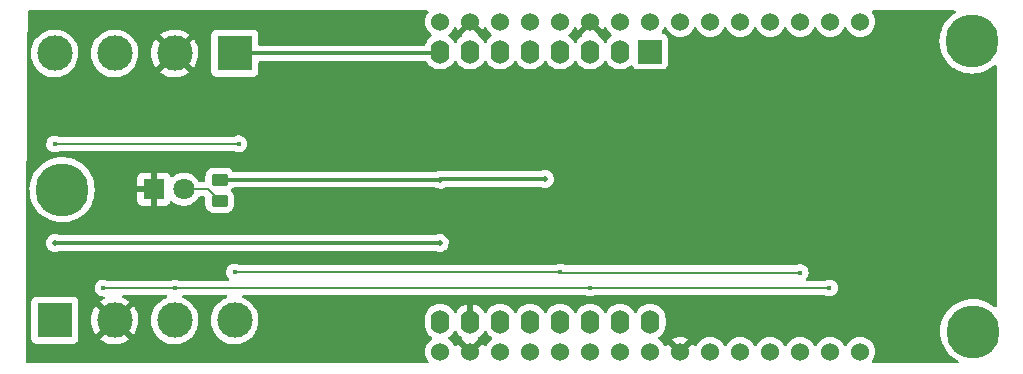
<source format=gbr>
%TF.GenerationSoftware,KiCad,Pcbnew,(6.0.4)*%
%TF.CreationDate,2022-04-29T21:33:46+01:00*%
%TF.ProjectId,environment_sensor,656e7669-726f-46e6-9d65-6e745f73656e,v0.1*%
%TF.SameCoordinates,Original*%
%TF.FileFunction,Copper,L1,Top*%
%TF.FilePolarity,Positive*%
%FSLAX46Y46*%
G04 Gerber Fmt 4.6, Leading zero omitted, Abs format (unit mm)*
G04 Created by KiCad (PCBNEW (6.0.4)) date 2022-04-29 21:33:46*
%MOMM*%
%LPD*%
G01*
G04 APERTURE LIST*
G04 Aperture macros list*
%AMRoundRect*
0 Rectangle with rounded corners*
0 $1 Rounding radius*
0 $2 $3 $4 $5 $6 $7 $8 $9 X,Y pos of 4 corners*
0 Add a 4 corners polygon primitive as box body*
4,1,4,$2,$3,$4,$5,$6,$7,$8,$9,$2,$3,0*
0 Add four circle primitives for the rounded corners*
1,1,$1+$1,$2,$3*
1,1,$1+$1,$4,$5*
1,1,$1+$1,$6,$7*
1,1,$1+$1,$8,$9*
0 Add four rect primitives between the rounded corners*
20,1,$1+$1,$2,$3,$4,$5,0*
20,1,$1+$1,$4,$5,$6,$7,0*
20,1,$1+$1,$6,$7,$8,$9,0*
20,1,$1+$1,$8,$9,$2,$3,0*%
G04 Aperture macros list end*
%TA.AperFunction,ComponentPad*%
%ADD10C,1.524000*%
%TD*%
%TA.AperFunction,ComponentPad*%
%ADD11R,1.800000X1.800000*%
%TD*%
%TA.AperFunction,ComponentPad*%
%ADD12C,1.800000*%
%TD*%
%TA.AperFunction,ComponentPad*%
%ADD13R,2.000000X2.000000*%
%TD*%
%TA.AperFunction,ComponentPad*%
%ADD14O,1.600000X2.000000*%
%TD*%
%TA.AperFunction,SMDPad,CuDef*%
%ADD15RoundRect,0.250000X-0.450000X0.262500X-0.450000X-0.262500X0.450000X-0.262500X0.450000X0.262500X0*%
%TD*%
%TA.AperFunction,ComponentPad*%
%ADD16R,3.000000X3.000000*%
%TD*%
%TA.AperFunction,ComponentPad*%
%ADD17C,3.000000*%
%TD*%
%TA.AperFunction,ViaPad*%
%ADD18C,0.400000*%
%TD*%
%TA.AperFunction,ViaPad*%
%ADD19C,0.500000*%
%TD*%
%TA.AperFunction,ViaPad*%
%ADD20C,4.500000*%
%TD*%
%TA.AperFunction,Conductor*%
%ADD21C,0.200000*%
%TD*%
%TA.AperFunction,Conductor*%
%ADD22C,0.300000*%
%TD*%
G04 APERTURE END LIST*
D10*
X193675000Y-81280000D03*
X191135000Y-81280000D03*
X188595000Y-81280000D03*
X186055000Y-81280000D03*
X183515000Y-81280000D03*
X180975000Y-81280000D03*
X178435000Y-81280000D03*
X175895000Y-81280000D03*
X173355000Y-81280000D03*
X170815000Y-81280000D03*
X168275000Y-81280000D03*
X165735000Y-81280000D03*
X163195000Y-81280000D03*
X160655000Y-81280000D03*
X158115000Y-81280000D03*
X158115000Y-109220000D03*
X160655000Y-109220000D03*
X163195000Y-109220000D03*
X165735000Y-109220000D03*
X168275000Y-109220000D03*
X170815000Y-109220000D03*
X173355000Y-109220000D03*
X175895000Y-109220000D03*
X178435000Y-109220000D03*
X180975000Y-109220000D03*
X183515000Y-109220000D03*
X186055000Y-109220000D03*
X188595000Y-109220000D03*
X191135000Y-109220000D03*
X193675000Y-109220000D03*
D11*
X133857000Y-95446500D03*
D12*
X136397000Y-95446500D03*
D13*
X175895000Y-83797000D03*
D14*
X173355000Y-83797000D03*
X170815000Y-83797000D03*
X168275000Y-83797000D03*
X165735000Y-83797000D03*
X163195000Y-83797000D03*
X160655000Y-83797000D03*
X158115000Y-83797000D03*
X158115000Y-106657000D03*
X160655000Y-106657000D03*
X163195000Y-106657000D03*
X165735000Y-106657000D03*
X168275000Y-106657000D03*
X170815000Y-106657000D03*
X173355000Y-106657000D03*
X175895000Y-106657000D03*
D15*
X139450000Y-94637500D03*
X139450000Y-96462500D03*
D16*
X140716000Y-83947000D03*
D17*
X135636000Y-83947000D03*
X130556000Y-83947000D03*
X125476000Y-83947000D03*
D16*
X125476000Y-106553000D03*
D17*
X130556000Y-106553000D03*
X135636000Y-106553000D03*
X140716000Y-106553000D03*
D18*
X141050000Y-91600000D03*
X125476000Y-91626000D03*
X129564000Y-103814000D03*
X191064000Y-103814000D03*
X170814000Y-103814000D03*
X135636000Y-103814000D03*
X188595000Y-102505000D03*
X168284000Y-102466000D03*
X140716000Y-102466000D03*
D19*
X178435000Y-90015000D03*
X169565480Y-89984520D03*
X133857000Y-89993000D03*
X159405480Y-89994520D03*
X130556000Y-95456000D03*
X158074000Y-100024000D03*
X125476000Y-100024000D03*
X167000000Y-94600000D03*
X158100000Y-94650000D03*
D20*
X126100000Y-95500000D03*
X203200000Y-107500000D03*
X203150000Y-82900000D03*
D21*
X141024000Y-91626000D02*
X141050000Y-91600000D01*
X140874000Y-91626000D02*
X141024000Y-91626000D01*
X125476000Y-91626000D02*
X140874000Y-91626000D01*
X135636000Y-103814000D02*
X129564000Y-103814000D01*
X170814000Y-103814000D02*
X191064000Y-103814000D01*
X135636000Y-103814000D02*
X170814000Y-103814000D01*
X188595000Y-102505000D02*
X168323000Y-102505000D01*
X168323000Y-102505000D02*
X168284000Y-102466000D01*
X140716000Y-102466000D02*
X168284000Y-102466000D01*
D22*
X178435000Y-90015000D02*
X169595960Y-90015000D01*
X169595960Y-90015000D02*
X169565480Y-89984520D01*
X169565480Y-89984520D02*
X159415480Y-89984520D01*
X159415480Y-89984520D02*
X159405480Y-89994520D01*
X159405480Y-89994520D02*
X159400000Y-90000000D01*
X159400000Y-90000000D02*
X133864000Y-90000000D01*
X133864000Y-90000000D02*
X133857000Y-89993000D01*
X130556000Y-95456000D02*
X130565500Y-95446500D01*
X130565500Y-95446500D02*
X133857000Y-95446500D01*
D21*
X139450000Y-96462500D02*
X139450000Y-96450000D01*
X138446500Y-95446500D02*
X136397000Y-95446500D01*
X139450000Y-96450000D02*
X138446500Y-95446500D01*
D22*
X125476000Y-100024000D02*
X158074000Y-100024000D01*
X167000000Y-94600000D02*
X158150000Y-94600000D01*
X158150000Y-94600000D02*
X158100000Y-94650000D01*
X158115000Y-83797000D02*
X158097000Y-83797000D01*
X158097000Y-83797000D02*
X157947000Y-83947000D01*
X157947000Y-83947000D02*
X140716000Y-83947000D01*
X158087500Y-94637500D02*
X158100000Y-94650000D01*
X139450000Y-94637500D02*
X158087500Y-94637500D01*
%TA.AperFunction,Conductor*%
G36*
X157070335Y-80328502D02*
G01*
X157116828Y-80382158D01*
X157126932Y-80452432D01*
X157105427Y-80506771D01*
X157016992Y-80633070D01*
X157010512Y-80642324D01*
X157008189Y-80647306D01*
X157008186Y-80647311D01*
X156927589Y-80820152D01*
X156916560Y-80843804D01*
X156859022Y-81058537D01*
X156839647Y-81280000D01*
X156859022Y-81501463D01*
X156916560Y-81716196D01*
X156918882Y-81721177D01*
X156918883Y-81721178D01*
X157008186Y-81912689D01*
X157008189Y-81912694D01*
X157010512Y-81917676D01*
X157013668Y-81922183D01*
X157013669Y-81922185D01*
X157131818Y-82090919D01*
X157138023Y-82099781D01*
X157295219Y-82256977D01*
X157299729Y-82260135D01*
X157299735Y-82260140D01*
X157373931Y-82312092D01*
X157418260Y-82367549D01*
X157425569Y-82438168D01*
X157393539Y-82501528D01*
X157373932Y-82518518D01*
X157275211Y-82587643D01*
X157275208Y-82587645D01*
X157270700Y-82590802D01*
X157108802Y-82752700D01*
X156977477Y-82940251D01*
X156975154Y-82945233D01*
X156975151Y-82945238D01*
X156889854Y-83128161D01*
X156880716Y-83147757D01*
X156879294Y-83153062D01*
X156879292Y-83153069D01*
X156868028Y-83195110D01*
X156831077Y-83255733D01*
X156767217Y-83286755D01*
X156746321Y-83288500D01*
X142850500Y-83288500D01*
X142782379Y-83268498D01*
X142735886Y-83214842D01*
X142724500Y-83162500D01*
X142724500Y-82398866D01*
X142717745Y-82336684D01*
X142666615Y-82200295D01*
X142579261Y-82083739D01*
X142462705Y-81996385D01*
X142326316Y-81945255D01*
X142264134Y-81938500D01*
X139167866Y-81938500D01*
X139105684Y-81945255D01*
X138969295Y-81996385D01*
X138852739Y-82083739D01*
X138765385Y-82200295D01*
X138714255Y-82336684D01*
X138707500Y-82398866D01*
X138707500Y-85495134D01*
X138714255Y-85557316D01*
X138765385Y-85693705D01*
X138852739Y-85810261D01*
X138969295Y-85897615D01*
X139105684Y-85948745D01*
X139167866Y-85955500D01*
X142264134Y-85955500D01*
X142326316Y-85948745D01*
X142462705Y-85897615D01*
X142579261Y-85810261D01*
X142666615Y-85693705D01*
X142717745Y-85557316D01*
X142724500Y-85495134D01*
X142724500Y-84731500D01*
X142744502Y-84663379D01*
X142798158Y-84616886D01*
X142850500Y-84605500D01*
X156878101Y-84605500D01*
X156946222Y-84625502D01*
X156981314Y-84659229D01*
X157071916Y-84788621D01*
X157108802Y-84841300D01*
X157270700Y-85003198D01*
X157275208Y-85006355D01*
X157275211Y-85006357D01*
X157307803Y-85029178D01*
X157458251Y-85134523D01*
X157463233Y-85136846D01*
X157463238Y-85136849D01*
X157606643Y-85203719D01*
X157665757Y-85231284D01*
X157671065Y-85232706D01*
X157671067Y-85232707D01*
X157881598Y-85289119D01*
X157881600Y-85289119D01*
X157886913Y-85290543D01*
X158115000Y-85310498D01*
X158343087Y-85290543D01*
X158348400Y-85289119D01*
X158348402Y-85289119D01*
X158558933Y-85232707D01*
X158558935Y-85232706D01*
X158564243Y-85231284D01*
X158623357Y-85203719D01*
X158766762Y-85136849D01*
X158766767Y-85136846D01*
X158771749Y-85134523D01*
X158922197Y-85029178D01*
X158954789Y-85006357D01*
X158954792Y-85006355D01*
X158959300Y-85003198D01*
X159121198Y-84841300D01*
X159163396Y-84781036D01*
X159198081Y-84731500D01*
X159252523Y-84653749D01*
X159254846Y-84648767D01*
X159254849Y-84648762D01*
X159270805Y-84614543D01*
X159317722Y-84561258D01*
X159385999Y-84541797D01*
X159453959Y-84562339D01*
X159499195Y-84614543D01*
X159515151Y-84648762D01*
X159515154Y-84648767D01*
X159517477Y-84653749D01*
X159571919Y-84731500D01*
X159606605Y-84781036D01*
X159648802Y-84841300D01*
X159810700Y-85003198D01*
X159815208Y-85006355D01*
X159815211Y-85006357D01*
X159847803Y-85029178D01*
X159998251Y-85134523D01*
X160003233Y-85136846D01*
X160003238Y-85136849D01*
X160146643Y-85203719D01*
X160205757Y-85231284D01*
X160211065Y-85232706D01*
X160211067Y-85232707D01*
X160421598Y-85289119D01*
X160421600Y-85289119D01*
X160426913Y-85290543D01*
X160655000Y-85310498D01*
X160883087Y-85290543D01*
X160888400Y-85289119D01*
X160888402Y-85289119D01*
X161098933Y-85232707D01*
X161098935Y-85232706D01*
X161104243Y-85231284D01*
X161163357Y-85203719D01*
X161306762Y-85136849D01*
X161306767Y-85136846D01*
X161311749Y-85134523D01*
X161462197Y-85029178D01*
X161494789Y-85006357D01*
X161494792Y-85006355D01*
X161499300Y-85003198D01*
X161661198Y-84841300D01*
X161703396Y-84781036D01*
X161738081Y-84731500D01*
X161792523Y-84653749D01*
X161794846Y-84648767D01*
X161794849Y-84648762D01*
X161810805Y-84614543D01*
X161857722Y-84561258D01*
X161925999Y-84541797D01*
X161993959Y-84562339D01*
X162039195Y-84614543D01*
X162055151Y-84648762D01*
X162055154Y-84648767D01*
X162057477Y-84653749D01*
X162111919Y-84731500D01*
X162146605Y-84781036D01*
X162188802Y-84841300D01*
X162350700Y-85003198D01*
X162355208Y-85006355D01*
X162355211Y-85006357D01*
X162387803Y-85029178D01*
X162538251Y-85134523D01*
X162543233Y-85136846D01*
X162543238Y-85136849D01*
X162686643Y-85203719D01*
X162745757Y-85231284D01*
X162751065Y-85232706D01*
X162751067Y-85232707D01*
X162961598Y-85289119D01*
X162961600Y-85289119D01*
X162966913Y-85290543D01*
X163195000Y-85310498D01*
X163423087Y-85290543D01*
X163428400Y-85289119D01*
X163428402Y-85289119D01*
X163638933Y-85232707D01*
X163638935Y-85232706D01*
X163644243Y-85231284D01*
X163703357Y-85203719D01*
X163846762Y-85136849D01*
X163846767Y-85136846D01*
X163851749Y-85134523D01*
X164002197Y-85029178D01*
X164034789Y-85006357D01*
X164034792Y-85006355D01*
X164039300Y-85003198D01*
X164201198Y-84841300D01*
X164243396Y-84781036D01*
X164278081Y-84731500D01*
X164332523Y-84653749D01*
X164334846Y-84648767D01*
X164334849Y-84648762D01*
X164350805Y-84614543D01*
X164397722Y-84561258D01*
X164465999Y-84541797D01*
X164533959Y-84562339D01*
X164579195Y-84614543D01*
X164595151Y-84648762D01*
X164595154Y-84648767D01*
X164597477Y-84653749D01*
X164651919Y-84731500D01*
X164686605Y-84781036D01*
X164728802Y-84841300D01*
X164890700Y-85003198D01*
X164895208Y-85006355D01*
X164895211Y-85006357D01*
X164927803Y-85029178D01*
X165078251Y-85134523D01*
X165083233Y-85136846D01*
X165083238Y-85136849D01*
X165226643Y-85203719D01*
X165285757Y-85231284D01*
X165291065Y-85232706D01*
X165291067Y-85232707D01*
X165501598Y-85289119D01*
X165501600Y-85289119D01*
X165506913Y-85290543D01*
X165735000Y-85310498D01*
X165963087Y-85290543D01*
X165968400Y-85289119D01*
X165968402Y-85289119D01*
X166178933Y-85232707D01*
X166178935Y-85232706D01*
X166184243Y-85231284D01*
X166243357Y-85203719D01*
X166386762Y-85136849D01*
X166386767Y-85136846D01*
X166391749Y-85134523D01*
X166542197Y-85029178D01*
X166574789Y-85006357D01*
X166574792Y-85006355D01*
X166579300Y-85003198D01*
X166741198Y-84841300D01*
X166783396Y-84781036D01*
X166818081Y-84731500D01*
X166872523Y-84653749D01*
X166874846Y-84648767D01*
X166874849Y-84648762D01*
X166890805Y-84614543D01*
X166937722Y-84561258D01*
X167005999Y-84541797D01*
X167073959Y-84562339D01*
X167119195Y-84614543D01*
X167135151Y-84648762D01*
X167135154Y-84648767D01*
X167137477Y-84653749D01*
X167191919Y-84731500D01*
X167226605Y-84781036D01*
X167268802Y-84841300D01*
X167430700Y-85003198D01*
X167435208Y-85006355D01*
X167435211Y-85006357D01*
X167467803Y-85029178D01*
X167618251Y-85134523D01*
X167623233Y-85136846D01*
X167623238Y-85136849D01*
X167766643Y-85203719D01*
X167825757Y-85231284D01*
X167831065Y-85232706D01*
X167831067Y-85232707D01*
X168041598Y-85289119D01*
X168041600Y-85289119D01*
X168046913Y-85290543D01*
X168275000Y-85310498D01*
X168503087Y-85290543D01*
X168508400Y-85289119D01*
X168508402Y-85289119D01*
X168718933Y-85232707D01*
X168718935Y-85232706D01*
X168724243Y-85231284D01*
X168783357Y-85203719D01*
X168926762Y-85136849D01*
X168926767Y-85136846D01*
X168931749Y-85134523D01*
X169082197Y-85029178D01*
X169114789Y-85006357D01*
X169114792Y-85006355D01*
X169119300Y-85003198D01*
X169281198Y-84841300D01*
X169323396Y-84781036D01*
X169358081Y-84731500D01*
X169412523Y-84653749D01*
X169414846Y-84648767D01*
X169414849Y-84648762D01*
X169430805Y-84614543D01*
X169477722Y-84561258D01*
X169545999Y-84541797D01*
X169613959Y-84562339D01*
X169659195Y-84614543D01*
X169675151Y-84648762D01*
X169675154Y-84648767D01*
X169677477Y-84653749D01*
X169731919Y-84731500D01*
X169766605Y-84781036D01*
X169808802Y-84841300D01*
X169970700Y-85003198D01*
X169975208Y-85006355D01*
X169975211Y-85006357D01*
X170007803Y-85029178D01*
X170158251Y-85134523D01*
X170163233Y-85136846D01*
X170163238Y-85136849D01*
X170306643Y-85203719D01*
X170365757Y-85231284D01*
X170371065Y-85232706D01*
X170371067Y-85232707D01*
X170581598Y-85289119D01*
X170581600Y-85289119D01*
X170586913Y-85290543D01*
X170815000Y-85310498D01*
X171043087Y-85290543D01*
X171048400Y-85289119D01*
X171048402Y-85289119D01*
X171258933Y-85232707D01*
X171258935Y-85232706D01*
X171264243Y-85231284D01*
X171323357Y-85203719D01*
X171466762Y-85136849D01*
X171466767Y-85136846D01*
X171471749Y-85134523D01*
X171622197Y-85029178D01*
X171654789Y-85006357D01*
X171654792Y-85006355D01*
X171659300Y-85003198D01*
X171821198Y-84841300D01*
X171863396Y-84781036D01*
X171898081Y-84731500D01*
X171952523Y-84653749D01*
X171954846Y-84648767D01*
X171954849Y-84648762D01*
X171970805Y-84614543D01*
X172017722Y-84561258D01*
X172085999Y-84541797D01*
X172153959Y-84562339D01*
X172199195Y-84614543D01*
X172215151Y-84648762D01*
X172215154Y-84648767D01*
X172217477Y-84653749D01*
X172271919Y-84731500D01*
X172306605Y-84781036D01*
X172348802Y-84841300D01*
X172510700Y-85003198D01*
X172515208Y-85006355D01*
X172515211Y-85006357D01*
X172547803Y-85029178D01*
X172698251Y-85134523D01*
X172703233Y-85136846D01*
X172703238Y-85136849D01*
X172846643Y-85203719D01*
X172905757Y-85231284D01*
X172911065Y-85232706D01*
X172911067Y-85232707D01*
X173121598Y-85289119D01*
X173121600Y-85289119D01*
X173126913Y-85290543D01*
X173355000Y-85310498D01*
X173583087Y-85290543D01*
X173588400Y-85289119D01*
X173588402Y-85289119D01*
X173798933Y-85232707D01*
X173798935Y-85232706D01*
X173804243Y-85231284D01*
X173863357Y-85203719D01*
X174006762Y-85136849D01*
X174006767Y-85136846D01*
X174011749Y-85134523D01*
X174162197Y-85029178D01*
X174194789Y-85006357D01*
X174194792Y-85006355D01*
X174199300Y-85003198D01*
X174228133Y-84974365D01*
X174290445Y-84940339D01*
X174361260Y-84945404D01*
X174418096Y-84987951D01*
X174435210Y-85019232D01*
X174438840Y-85028913D01*
X174444385Y-85043705D01*
X174531739Y-85160261D01*
X174648295Y-85247615D01*
X174784684Y-85298745D01*
X174846866Y-85305500D01*
X176943134Y-85305500D01*
X177005316Y-85298745D01*
X177141705Y-85247615D01*
X177258261Y-85160261D01*
X177345615Y-85043705D01*
X177396745Y-84907316D01*
X177403500Y-84845134D01*
X177403500Y-82748866D01*
X177396745Y-82686684D01*
X177345615Y-82550295D01*
X177258261Y-82433739D01*
X177141705Y-82346385D01*
X177005316Y-82295255D01*
X176997463Y-82294402D01*
X176997459Y-82294401D01*
X176976043Y-82292075D01*
X176966015Y-82290986D01*
X176900453Y-82263745D01*
X176860026Y-82205383D01*
X176857570Y-82134429D01*
X176876409Y-82093453D01*
X176996328Y-81922190D01*
X176996331Y-81922184D01*
X176999488Y-81917676D01*
X177001811Y-81912694D01*
X177001814Y-81912689D01*
X177050805Y-81807627D01*
X177097723Y-81754342D01*
X177166000Y-81734881D01*
X177233960Y-81755423D01*
X177279195Y-81807627D01*
X177328186Y-81912689D01*
X177328189Y-81912694D01*
X177330512Y-81917676D01*
X177333668Y-81922183D01*
X177333669Y-81922185D01*
X177451818Y-82090919D01*
X177458023Y-82099781D01*
X177615219Y-82256977D01*
X177619727Y-82260134D01*
X177619730Y-82260136D01*
X177668666Y-82294401D01*
X177797323Y-82384488D01*
X177802305Y-82386811D01*
X177802310Y-82386814D01*
X177970183Y-82465094D01*
X177998804Y-82478440D01*
X178004112Y-82479862D01*
X178004114Y-82479863D01*
X178014284Y-82482588D01*
X178213537Y-82535978D01*
X178435000Y-82555353D01*
X178656463Y-82535978D01*
X178855716Y-82482588D01*
X178865886Y-82479863D01*
X178865888Y-82479862D01*
X178871196Y-82478440D01*
X178899817Y-82465094D01*
X179067690Y-82386814D01*
X179067695Y-82386811D01*
X179072677Y-82384488D01*
X179201334Y-82294401D01*
X179250270Y-82260136D01*
X179250273Y-82260134D01*
X179254781Y-82256977D01*
X179411977Y-82099781D01*
X179418183Y-82090919D01*
X179536331Y-81922185D01*
X179536332Y-81922183D01*
X179539488Y-81917676D01*
X179541811Y-81912694D01*
X179541814Y-81912689D01*
X179590805Y-81807627D01*
X179637723Y-81754342D01*
X179706000Y-81734881D01*
X179773960Y-81755423D01*
X179819195Y-81807627D01*
X179868186Y-81912689D01*
X179868189Y-81912694D01*
X179870512Y-81917676D01*
X179873668Y-81922183D01*
X179873669Y-81922185D01*
X179991818Y-82090919D01*
X179998023Y-82099781D01*
X180155219Y-82256977D01*
X180159727Y-82260134D01*
X180159730Y-82260136D01*
X180208666Y-82294401D01*
X180337323Y-82384488D01*
X180342305Y-82386811D01*
X180342310Y-82386814D01*
X180510183Y-82465094D01*
X180538804Y-82478440D01*
X180544112Y-82479862D01*
X180544114Y-82479863D01*
X180554284Y-82482588D01*
X180753537Y-82535978D01*
X180975000Y-82555353D01*
X181196463Y-82535978D01*
X181395716Y-82482588D01*
X181405886Y-82479863D01*
X181405888Y-82479862D01*
X181411196Y-82478440D01*
X181439817Y-82465094D01*
X181607690Y-82386814D01*
X181607695Y-82386811D01*
X181612677Y-82384488D01*
X181741334Y-82294401D01*
X181790270Y-82260136D01*
X181790273Y-82260134D01*
X181794781Y-82256977D01*
X181951977Y-82099781D01*
X181958183Y-82090919D01*
X182076331Y-81922185D01*
X182076332Y-81922183D01*
X182079488Y-81917676D01*
X182081811Y-81912694D01*
X182081814Y-81912689D01*
X182130805Y-81807627D01*
X182177723Y-81754342D01*
X182246000Y-81734881D01*
X182313960Y-81755423D01*
X182359195Y-81807627D01*
X182408186Y-81912689D01*
X182408189Y-81912694D01*
X182410512Y-81917676D01*
X182413668Y-81922183D01*
X182413669Y-81922185D01*
X182531818Y-82090919D01*
X182538023Y-82099781D01*
X182695219Y-82256977D01*
X182699727Y-82260134D01*
X182699730Y-82260136D01*
X182748666Y-82294401D01*
X182877323Y-82384488D01*
X182882305Y-82386811D01*
X182882310Y-82386814D01*
X183050183Y-82465094D01*
X183078804Y-82478440D01*
X183084112Y-82479862D01*
X183084114Y-82479863D01*
X183094284Y-82482588D01*
X183293537Y-82535978D01*
X183515000Y-82555353D01*
X183736463Y-82535978D01*
X183935716Y-82482588D01*
X183945886Y-82479863D01*
X183945888Y-82479862D01*
X183951196Y-82478440D01*
X183979817Y-82465094D01*
X184147690Y-82386814D01*
X184147695Y-82386811D01*
X184152677Y-82384488D01*
X184281334Y-82294401D01*
X184330270Y-82260136D01*
X184330273Y-82260134D01*
X184334781Y-82256977D01*
X184491977Y-82099781D01*
X184498183Y-82090919D01*
X184616331Y-81922185D01*
X184616332Y-81922183D01*
X184619488Y-81917676D01*
X184621811Y-81912694D01*
X184621814Y-81912689D01*
X184670805Y-81807627D01*
X184717723Y-81754342D01*
X184786000Y-81734881D01*
X184853960Y-81755423D01*
X184899195Y-81807627D01*
X184948186Y-81912689D01*
X184948189Y-81912694D01*
X184950512Y-81917676D01*
X184953668Y-81922183D01*
X184953669Y-81922185D01*
X185071818Y-82090919D01*
X185078023Y-82099781D01*
X185235219Y-82256977D01*
X185239727Y-82260134D01*
X185239730Y-82260136D01*
X185288666Y-82294401D01*
X185417323Y-82384488D01*
X185422305Y-82386811D01*
X185422310Y-82386814D01*
X185590183Y-82465094D01*
X185618804Y-82478440D01*
X185624112Y-82479862D01*
X185624114Y-82479863D01*
X185634284Y-82482588D01*
X185833537Y-82535978D01*
X186055000Y-82555353D01*
X186276463Y-82535978D01*
X186475716Y-82482588D01*
X186485886Y-82479863D01*
X186485888Y-82479862D01*
X186491196Y-82478440D01*
X186519817Y-82465094D01*
X186687690Y-82386814D01*
X186687695Y-82386811D01*
X186692677Y-82384488D01*
X186821334Y-82294401D01*
X186870270Y-82260136D01*
X186870273Y-82260134D01*
X186874781Y-82256977D01*
X187031977Y-82099781D01*
X187038183Y-82090919D01*
X187156331Y-81922185D01*
X187156332Y-81922183D01*
X187159488Y-81917676D01*
X187161811Y-81912694D01*
X187161814Y-81912689D01*
X187210805Y-81807627D01*
X187257723Y-81754342D01*
X187326000Y-81734881D01*
X187393960Y-81755423D01*
X187439195Y-81807627D01*
X187488186Y-81912689D01*
X187488189Y-81912694D01*
X187490512Y-81917676D01*
X187493668Y-81922183D01*
X187493669Y-81922185D01*
X187611818Y-82090919D01*
X187618023Y-82099781D01*
X187775219Y-82256977D01*
X187779727Y-82260134D01*
X187779730Y-82260136D01*
X187828666Y-82294401D01*
X187957323Y-82384488D01*
X187962305Y-82386811D01*
X187962310Y-82386814D01*
X188130183Y-82465094D01*
X188158804Y-82478440D01*
X188164112Y-82479862D01*
X188164114Y-82479863D01*
X188174284Y-82482588D01*
X188373537Y-82535978D01*
X188595000Y-82555353D01*
X188816463Y-82535978D01*
X189015716Y-82482588D01*
X189025886Y-82479863D01*
X189025888Y-82479862D01*
X189031196Y-82478440D01*
X189059817Y-82465094D01*
X189227690Y-82386814D01*
X189227695Y-82386811D01*
X189232677Y-82384488D01*
X189361334Y-82294401D01*
X189410270Y-82260136D01*
X189410273Y-82260134D01*
X189414781Y-82256977D01*
X189571977Y-82099781D01*
X189578183Y-82090919D01*
X189696331Y-81922185D01*
X189696332Y-81922183D01*
X189699488Y-81917676D01*
X189701811Y-81912694D01*
X189701814Y-81912689D01*
X189750805Y-81807627D01*
X189797723Y-81754342D01*
X189866000Y-81734881D01*
X189933960Y-81755423D01*
X189979195Y-81807627D01*
X190028186Y-81912689D01*
X190028189Y-81912694D01*
X190030512Y-81917676D01*
X190033668Y-81922183D01*
X190033669Y-81922185D01*
X190151818Y-82090919D01*
X190158023Y-82099781D01*
X190315219Y-82256977D01*
X190319727Y-82260134D01*
X190319730Y-82260136D01*
X190368666Y-82294401D01*
X190497323Y-82384488D01*
X190502305Y-82386811D01*
X190502310Y-82386814D01*
X190670183Y-82465094D01*
X190698804Y-82478440D01*
X190704112Y-82479862D01*
X190704114Y-82479863D01*
X190714284Y-82482588D01*
X190913537Y-82535978D01*
X191135000Y-82555353D01*
X191356463Y-82535978D01*
X191555716Y-82482588D01*
X191565886Y-82479863D01*
X191565888Y-82479862D01*
X191571196Y-82478440D01*
X191599817Y-82465094D01*
X191767690Y-82386814D01*
X191767695Y-82386811D01*
X191772677Y-82384488D01*
X191901334Y-82294401D01*
X191950270Y-82260136D01*
X191950273Y-82260134D01*
X191954781Y-82256977D01*
X192111977Y-82099781D01*
X192118183Y-82090919D01*
X192236331Y-81922185D01*
X192236332Y-81922183D01*
X192239488Y-81917676D01*
X192241811Y-81912694D01*
X192241814Y-81912689D01*
X192290805Y-81807627D01*
X192337723Y-81754342D01*
X192406000Y-81734881D01*
X192473960Y-81755423D01*
X192519195Y-81807627D01*
X192568186Y-81912689D01*
X192568189Y-81912694D01*
X192570512Y-81917676D01*
X192573668Y-81922183D01*
X192573669Y-81922185D01*
X192691818Y-82090919D01*
X192698023Y-82099781D01*
X192855219Y-82256977D01*
X192859727Y-82260134D01*
X192859730Y-82260136D01*
X192908666Y-82294401D01*
X193037323Y-82384488D01*
X193042305Y-82386811D01*
X193042310Y-82386814D01*
X193210183Y-82465094D01*
X193238804Y-82478440D01*
X193244112Y-82479862D01*
X193244114Y-82479863D01*
X193254284Y-82482588D01*
X193453537Y-82535978D01*
X193675000Y-82555353D01*
X193896463Y-82535978D01*
X194095716Y-82482588D01*
X194105886Y-82479863D01*
X194105888Y-82479862D01*
X194111196Y-82478440D01*
X194139817Y-82465094D01*
X194307690Y-82386814D01*
X194307695Y-82386811D01*
X194312677Y-82384488D01*
X194441334Y-82294401D01*
X194490270Y-82260136D01*
X194490273Y-82260134D01*
X194494781Y-82256977D01*
X194651977Y-82099781D01*
X194658183Y-82090919D01*
X194776331Y-81922185D01*
X194776332Y-81922183D01*
X194779488Y-81917676D01*
X194781811Y-81912694D01*
X194781814Y-81912689D01*
X194871117Y-81721178D01*
X194871118Y-81721177D01*
X194873440Y-81716196D01*
X194930978Y-81501463D01*
X194950353Y-81280000D01*
X194930978Y-81058537D01*
X194873440Y-80843804D01*
X194862411Y-80820152D01*
X194781814Y-80647311D01*
X194781811Y-80647306D01*
X194779488Y-80642324D01*
X194773009Y-80633070D01*
X194684573Y-80506771D01*
X194661885Y-80439497D01*
X194679170Y-80370636D01*
X194730940Y-80322052D01*
X194787786Y-80308500D01*
X201652489Y-80308500D01*
X201720610Y-80328502D01*
X201767103Y-80382158D01*
X201777207Y-80452432D01*
X201747713Y-80517012D01*
X201716912Y-80542785D01*
X201596659Y-80614328D01*
X201593658Y-80616643D01*
X201593654Y-80616646D01*
X201565885Y-80638070D01*
X201333316Y-80817496D01*
X201096288Y-81050829D01*
X200889009Y-81310949D01*
X200714481Y-81594086D01*
X200575232Y-81896140D01*
X200574073Y-81899740D01*
X200574070Y-81899747D01*
X200474578Y-82208703D01*
X200473280Y-82212735D01*
X200472561Y-82216451D01*
X200472559Y-82216459D01*
X200414118Y-82518518D01*
X200410100Y-82539285D01*
X200409833Y-82543061D01*
X200409832Y-82543066D01*
X200386878Y-82867272D01*
X200386610Y-82871061D01*
X200387549Y-82889921D01*
X200402742Y-83195110D01*
X200403147Y-83203255D01*
X200403788Y-83206986D01*
X200403789Y-83206994D01*
X200438663Y-83409944D01*
X200459474Y-83531057D01*
X200460562Y-83534696D01*
X200460563Y-83534699D01*
X200502157Y-83673778D01*
X200554774Y-83849718D01*
X200556287Y-83853189D01*
X200556289Y-83853195D01*
X200602758Y-83959812D01*
X200687666Y-84154622D01*
X200689589Y-84157893D01*
X200689591Y-84157897D01*
X200716382Y-84203470D01*
X200856226Y-84441352D01*
X200858527Y-84444367D01*
X201055712Y-84702742D01*
X201055717Y-84702748D01*
X201058012Y-84705755D01*
X201060656Y-84708469D01*
X201286534Y-84940339D01*
X201290102Y-84944002D01*
X201549132Y-85152640D01*
X201631035Y-85203719D01*
X201793644Y-85305131D01*
X201831352Y-85328648D01*
X202132672Y-85469476D01*
X202136281Y-85470659D01*
X202295391Y-85522818D01*
X202448729Y-85573085D01*
X202774944Y-85637973D01*
X202778716Y-85638260D01*
X202778724Y-85638261D01*
X203102815Y-85662914D01*
X203102820Y-85662914D01*
X203106592Y-85663201D01*
X203438869Y-85648403D01*
X203443401Y-85647649D01*
X203763220Y-85594417D01*
X203763225Y-85594416D01*
X203766961Y-85593794D01*
X204086116Y-85500164D01*
X204089583Y-85498674D01*
X204089587Y-85498673D01*
X204388228Y-85370366D01*
X204388230Y-85370365D01*
X204391712Y-85368869D01*
X204679321Y-85201813D01*
X204682343Y-85199532D01*
X204682347Y-85199529D01*
X204941753Y-85003697D01*
X204941754Y-85003696D01*
X204944777Y-85001414D01*
X204947502Y-84998787D01*
X204947508Y-84998782D01*
X205002878Y-84945404D01*
X205018053Y-84930775D01*
X205080977Y-84897898D01*
X205151688Y-84904260D01*
X205207735Y-84947841D01*
X205231500Y-85021489D01*
X205231500Y-105329093D01*
X205211498Y-105397214D01*
X205157842Y-105443707D01*
X205087568Y-105453811D01*
X205027494Y-105428043D01*
X205017485Y-105420152D01*
X204777191Y-105230720D01*
X204493144Y-105057677D01*
X204369522Y-105001469D01*
X204193817Y-104921580D01*
X204193809Y-104921577D01*
X204190365Y-104920011D01*
X203873240Y-104819718D01*
X203650896Y-104777906D01*
X203550087Y-104758949D01*
X203550085Y-104758949D01*
X203546364Y-104758249D01*
X203214470Y-104736496D01*
X203210690Y-104736704D01*
X203210689Y-104736704D01*
X203112918Y-104742085D01*
X202882366Y-104754773D01*
X202878639Y-104755434D01*
X202878635Y-104755434D01*
X202632200Y-104799109D01*
X202554864Y-104812815D01*
X202551239Y-104813920D01*
X202551234Y-104813921D01*
X202343683Y-104877178D01*
X202236707Y-104909782D01*
X202233243Y-104911313D01*
X202233236Y-104911316D01*
X202110675Y-104965500D01*
X201932503Y-105044269D01*
X201929249Y-105046205D01*
X201929243Y-105046208D01*
X201711745Y-105175606D01*
X201646659Y-105214328D01*
X201643658Y-105216643D01*
X201643654Y-105216646D01*
X201557756Y-105282916D01*
X201383316Y-105417496D01*
X201380617Y-105420152D01*
X201380618Y-105420152D01*
X201188980Y-105608803D01*
X201146288Y-105650829D01*
X200939009Y-105910949D01*
X200764481Y-106194086D01*
X200625232Y-106496140D01*
X200624073Y-106499740D01*
X200624070Y-106499747D01*
X200525668Y-106805320D01*
X200523280Y-106812735D01*
X200522561Y-106816451D01*
X200522559Y-106816459D01*
X200460819Y-107135567D01*
X200460100Y-107139285D01*
X200459833Y-107143061D01*
X200459832Y-107143066D01*
X200436878Y-107467272D01*
X200436610Y-107471061D01*
X200441720Y-107573713D01*
X200451870Y-107777594D01*
X200453147Y-107803255D01*
X200453788Y-107806986D01*
X200453789Y-107806994D01*
X200507420Y-108119103D01*
X200509474Y-108131057D01*
X200510562Y-108134696D01*
X200510563Y-108134699D01*
X200602212Y-108441150D01*
X200604774Y-108449718D01*
X200606287Y-108453189D01*
X200606289Y-108453195D01*
X200652462Y-108559132D01*
X200737666Y-108754622D01*
X200906226Y-109041352D01*
X200908527Y-109044367D01*
X201105712Y-109302742D01*
X201105717Y-109302748D01*
X201108012Y-109305755D01*
X201110656Y-109308469D01*
X201287608Y-109490115D01*
X201340102Y-109544002D01*
X201599132Y-109752640D01*
X201881352Y-109928648D01*
X201884795Y-109930257D01*
X201929930Y-109951352D01*
X201983174Y-109998315D01*
X202002575Y-110066610D01*
X201981974Y-110134552D01*
X201927911Y-110180570D01*
X201876580Y-110191500D01*
X194787786Y-110191500D01*
X194719665Y-110171498D01*
X194673172Y-110117842D01*
X194663068Y-110047568D01*
X194684573Y-109993229D01*
X194776331Y-109862185D01*
X194776332Y-109862183D01*
X194779488Y-109857676D01*
X194781811Y-109852694D01*
X194781814Y-109852689D01*
X194871117Y-109661178D01*
X194871118Y-109661177D01*
X194873440Y-109656196D01*
X194930978Y-109441463D01*
X194950353Y-109220000D01*
X194930978Y-108998537D01*
X194873440Y-108783804D01*
X194864727Y-108765119D01*
X194781814Y-108587311D01*
X194781811Y-108587306D01*
X194779488Y-108582324D01*
X194763249Y-108559132D01*
X194655136Y-108404730D01*
X194655134Y-108404727D01*
X194651977Y-108400219D01*
X194494781Y-108243023D01*
X194490273Y-108239866D01*
X194490270Y-108239864D01*
X194402706Y-108178551D01*
X194312677Y-108115512D01*
X194307695Y-108113189D01*
X194307690Y-108113186D01*
X194116178Y-108023883D01*
X194116177Y-108023882D01*
X194111196Y-108021560D01*
X194105888Y-108020138D01*
X194105886Y-108020137D01*
X194010293Y-107994523D01*
X193896463Y-107964022D01*
X193675000Y-107944647D01*
X193453537Y-107964022D01*
X193339707Y-107994523D01*
X193244114Y-108020137D01*
X193244112Y-108020138D01*
X193238804Y-108021560D01*
X193233823Y-108023882D01*
X193233822Y-108023883D01*
X193042311Y-108113186D01*
X193042306Y-108113189D01*
X193037324Y-108115512D01*
X193032817Y-108118668D01*
X193032815Y-108118669D01*
X192859730Y-108239864D01*
X192859727Y-108239866D01*
X192855219Y-108243023D01*
X192698023Y-108400219D01*
X192694866Y-108404727D01*
X192694864Y-108404730D01*
X192586751Y-108559132D01*
X192570512Y-108582324D01*
X192568189Y-108587306D01*
X192568186Y-108587311D01*
X192519195Y-108692373D01*
X192472277Y-108745658D01*
X192404000Y-108765119D01*
X192336040Y-108744577D01*
X192290805Y-108692373D01*
X192241814Y-108587311D01*
X192241811Y-108587306D01*
X192239488Y-108582324D01*
X192223249Y-108559132D01*
X192115136Y-108404730D01*
X192115134Y-108404727D01*
X192111977Y-108400219D01*
X191954781Y-108243023D01*
X191950273Y-108239866D01*
X191950270Y-108239864D01*
X191862706Y-108178551D01*
X191772677Y-108115512D01*
X191767695Y-108113189D01*
X191767690Y-108113186D01*
X191576178Y-108023883D01*
X191576177Y-108023882D01*
X191571196Y-108021560D01*
X191565888Y-108020138D01*
X191565886Y-108020137D01*
X191470293Y-107994523D01*
X191356463Y-107964022D01*
X191135000Y-107944647D01*
X190913537Y-107964022D01*
X190799707Y-107994523D01*
X190704114Y-108020137D01*
X190704112Y-108020138D01*
X190698804Y-108021560D01*
X190693823Y-108023882D01*
X190693822Y-108023883D01*
X190502311Y-108113186D01*
X190502306Y-108113189D01*
X190497324Y-108115512D01*
X190492817Y-108118668D01*
X190492815Y-108118669D01*
X190319730Y-108239864D01*
X190319727Y-108239866D01*
X190315219Y-108243023D01*
X190158023Y-108400219D01*
X190154866Y-108404727D01*
X190154864Y-108404730D01*
X190046751Y-108559132D01*
X190030512Y-108582324D01*
X190028189Y-108587306D01*
X190028186Y-108587311D01*
X189979195Y-108692373D01*
X189932277Y-108745658D01*
X189864000Y-108765119D01*
X189796040Y-108744577D01*
X189750805Y-108692373D01*
X189701814Y-108587311D01*
X189701811Y-108587306D01*
X189699488Y-108582324D01*
X189683249Y-108559132D01*
X189575136Y-108404730D01*
X189575134Y-108404727D01*
X189571977Y-108400219D01*
X189414781Y-108243023D01*
X189410273Y-108239866D01*
X189410270Y-108239864D01*
X189322706Y-108178551D01*
X189232677Y-108115512D01*
X189227695Y-108113189D01*
X189227690Y-108113186D01*
X189036178Y-108023883D01*
X189036177Y-108023882D01*
X189031196Y-108021560D01*
X189025888Y-108020138D01*
X189025886Y-108020137D01*
X188930293Y-107994523D01*
X188816463Y-107964022D01*
X188595000Y-107944647D01*
X188373537Y-107964022D01*
X188259707Y-107994523D01*
X188164114Y-108020137D01*
X188164112Y-108020138D01*
X188158804Y-108021560D01*
X188153823Y-108023882D01*
X188153822Y-108023883D01*
X187962311Y-108113186D01*
X187962306Y-108113189D01*
X187957324Y-108115512D01*
X187952817Y-108118668D01*
X187952815Y-108118669D01*
X187779730Y-108239864D01*
X187779727Y-108239866D01*
X187775219Y-108243023D01*
X187618023Y-108400219D01*
X187614866Y-108404727D01*
X187614864Y-108404730D01*
X187506751Y-108559132D01*
X187490512Y-108582324D01*
X187488189Y-108587306D01*
X187488186Y-108587311D01*
X187439195Y-108692373D01*
X187392277Y-108745658D01*
X187324000Y-108765119D01*
X187256040Y-108744577D01*
X187210805Y-108692373D01*
X187161814Y-108587311D01*
X187161811Y-108587306D01*
X187159488Y-108582324D01*
X187143249Y-108559132D01*
X187035136Y-108404730D01*
X187035134Y-108404727D01*
X187031977Y-108400219D01*
X186874781Y-108243023D01*
X186870273Y-108239866D01*
X186870270Y-108239864D01*
X186782706Y-108178551D01*
X186692677Y-108115512D01*
X186687695Y-108113189D01*
X186687690Y-108113186D01*
X186496178Y-108023883D01*
X186496177Y-108023882D01*
X186491196Y-108021560D01*
X186485888Y-108020138D01*
X186485886Y-108020137D01*
X186390293Y-107994523D01*
X186276463Y-107964022D01*
X186055000Y-107944647D01*
X185833537Y-107964022D01*
X185719707Y-107994523D01*
X185624114Y-108020137D01*
X185624112Y-108020138D01*
X185618804Y-108021560D01*
X185613823Y-108023882D01*
X185613822Y-108023883D01*
X185422311Y-108113186D01*
X185422306Y-108113189D01*
X185417324Y-108115512D01*
X185412817Y-108118668D01*
X185412815Y-108118669D01*
X185239730Y-108239864D01*
X185239727Y-108239866D01*
X185235219Y-108243023D01*
X185078023Y-108400219D01*
X185074866Y-108404727D01*
X185074864Y-108404730D01*
X184966751Y-108559132D01*
X184950512Y-108582324D01*
X184948189Y-108587306D01*
X184948186Y-108587311D01*
X184899195Y-108692373D01*
X184852277Y-108745658D01*
X184784000Y-108765119D01*
X184716040Y-108744577D01*
X184670805Y-108692373D01*
X184621814Y-108587311D01*
X184621811Y-108587306D01*
X184619488Y-108582324D01*
X184603249Y-108559132D01*
X184495136Y-108404730D01*
X184495134Y-108404727D01*
X184491977Y-108400219D01*
X184334781Y-108243023D01*
X184330273Y-108239866D01*
X184330270Y-108239864D01*
X184242706Y-108178551D01*
X184152677Y-108115512D01*
X184147695Y-108113189D01*
X184147690Y-108113186D01*
X183956178Y-108023883D01*
X183956177Y-108023882D01*
X183951196Y-108021560D01*
X183945888Y-108020138D01*
X183945886Y-108020137D01*
X183850293Y-107994523D01*
X183736463Y-107964022D01*
X183515000Y-107944647D01*
X183293537Y-107964022D01*
X183179707Y-107994523D01*
X183084114Y-108020137D01*
X183084112Y-108020138D01*
X183078804Y-108021560D01*
X183073823Y-108023882D01*
X183073822Y-108023883D01*
X182882311Y-108113186D01*
X182882306Y-108113189D01*
X182877324Y-108115512D01*
X182872817Y-108118668D01*
X182872815Y-108118669D01*
X182699730Y-108239864D01*
X182699727Y-108239866D01*
X182695219Y-108243023D01*
X182538023Y-108400219D01*
X182534866Y-108404727D01*
X182534864Y-108404730D01*
X182426751Y-108559132D01*
X182410512Y-108582324D01*
X182408189Y-108587306D01*
X182408186Y-108587311D01*
X182359195Y-108692373D01*
X182312277Y-108745658D01*
X182244000Y-108765119D01*
X182176040Y-108744577D01*
X182130805Y-108692373D01*
X182081814Y-108587311D01*
X182081811Y-108587306D01*
X182079488Y-108582324D01*
X182063249Y-108559132D01*
X181955136Y-108404730D01*
X181955134Y-108404727D01*
X181951977Y-108400219D01*
X181794781Y-108243023D01*
X181790273Y-108239866D01*
X181790270Y-108239864D01*
X181702706Y-108178551D01*
X181612677Y-108115512D01*
X181607695Y-108113189D01*
X181607690Y-108113186D01*
X181416178Y-108023883D01*
X181416177Y-108023882D01*
X181411196Y-108021560D01*
X181405888Y-108020138D01*
X181405886Y-108020137D01*
X181310293Y-107994523D01*
X181196463Y-107964022D01*
X180975000Y-107944647D01*
X180753537Y-107964022D01*
X180639707Y-107994523D01*
X180544114Y-108020137D01*
X180544112Y-108020138D01*
X180538804Y-108021560D01*
X180533823Y-108023882D01*
X180533822Y-108023883D01*
X180342311Y-108113186D01*
X180342306Y-108113189D01*
X180337324Y-108115512D01*
X180332817Y-108118668D01*
X180332815Y-108118669D01*
X180159730Y-108239864D01*
X180159727Y-108239866D01*
X180155219Y-108243023D01*
X179998023Y-108400219D01*
X179994866Y-108404727D01*
X179994864Y-108404730D01*
X179886751Y-108559132D01*
X179870512Y-108582324D01*
X179868189Y-108587306D01*
X179868186Y-108587311D01*
X179818919Y-108692965D01*
X179772001Y-108746250D01*
X179703724Y-108765711D01*
X179635764Y-108745169D01*
X179590529Y-108692965D01*
X179541377Y-108587559D01*
X179535897Y-108578068D01*
X179505206Y-108534235D01*
X179494729Y-108525860D01*
X179481282Y-108532928D01*
X178524095Y-109490115D01*
X178461783Y-109524141D01*
X178390968Y-109519076D01*
X178345905Y-109490115D01*
X177387997Y-108532207D01*
X177376223Y-108525777D01*
X177364207Y-108535074D01*
X177334103Y-108578068D01*
X177328623Y-108587559D01*
X177279471Y-108692965D01*
X177232553Y-108746250D01*
X177164276Y-108765711D01*
X177096316Y-108745169D01*
X177051081Y-108692965D01*
X177001814Y-108587311D01*
X177001811Y-108587306D01*
X176999488Y-108582324D01*
X176983249Y-108559132D01*
X176875136Y-108404730D01*
X176875134Y-108404727D01*
X176871977Y-108400219D01*
X176714781Y-108243023D01*
X176710273Y-108239866D01*
X176710270Y-108239864D01*
X176623277Y-108178951D01*
X176603220Y-108164907D01*
X176599514Y-108160271D01*
X177740860Y-108160271D01*
X177747928Y-108173718D01*
X178422188Y-108847978D01*
X178436132Y-108855592D01*
X178437965Y-108855461D01*
X178444580Y-108851210D01*
X179122793Y-108172997D01*
X179129223Y-108161223D01*
X179119926Y-108149207D01*
X179076931Y-108119102D01*
X179067445Y-108113624D01*
X178876007Y-108024355D01*
X178865715Y-108020609D01*
X178661691Y-107965941D01*
X178650896Y-107964038D01*
X178440475Y-107945628D01*
X178429525Y-107945628D01*
X178219104Y-107964038D01*
X178208309Y-107965941D01*
X178004285Y-108020609D01*
X177993993Y-108024355D01*
X177802559Y-108113623D01*
X177793068Y-108119103D01*
X177749235Y-108149794D01*
X177740860Y-108160271D01*
X176599514Y-108160271D01*
X176558893Y-108109451D01*
X176551584Y-108038832D01*
X176583615Y-107975471D01*
X176603221Y-107958482D01*
X176734789Y-107866357D01*
X176734792Y-107866355D01*
X176739300Y-107863198D01*
X176901198Y-107701300D01*
X176949917Y-107631723D01*
X176985378Y-107581079D01*
X177032523Y-107513749D01*
X177034846Y-107508767D01*
X177034849Y-107508762D01*
X177126961Y-107311225D01*
X177126961Y-107311224D01*
X177129284Y-107306243D01*
X177173008Y-107143066D01*
X177187119Y-107090402D01*
X177187119Y-107090400D01*
X177188543Y-107085087D01*
X177202830Y-106921790D01*
X177203262Y-106916851D01*
X177203262Y-106916844D01*
X177203500Y-106914127D01*
X177203500Y-106399873D01*
X177188543Y-106228913D01*
X177129284Y-106007757D01*
X177034966Y-105805489D01*
X177034849Y-105805238D01*
X177034846Y-105805233D01*
X177032523Y-105800251D01*
X176959098Y-105695389D01*
X176904357Y-105617211D01*
X176904355Y-105617208D01*
X176901198Y-105612700D01*
X176739300Y-105450802D01*
X176734792Y-105447645D01*
X176734789Y-105447643D01*
X176578822Y-105338434D01*
X176551749Y-105319477D01*
X176546767Y-105317154D01*
X176546762Y-105317151D01*
X176349225Y-105225039D01*
X176349224Y-105225039D01*
X176344243Y-105222716D01*
X176338935Y-105221294D01*
X176338933Y-105221293D01*
X176128402Y-105164881D01*
X176128400Y-105164881D01*
X176123087Y-105163457D01*
X175895000Y-105143502D01*
X175666913Y-105163457D01*
X175661600Y-105164881D01*
X175661598Y-105164881D01*
X175451067Y-105221293D01*
X175451065Y-105221294D01*
X175445757Y-105222716D01*
X175440776Y-105225039D01*
X175440775Y-105225039D01*
X175243238Y-105317151D01*
X175243233Y-105317154D01*
X175238251Y-105319477D01*
X175211178Y-105338434D01*
X175055211Y-105447643D01*
X175055208Y-105447645D01*
X175050700Y-105450802D01*
X174888802Y-105612700D01*
X174885645Y-105617208D01*
X174885643Y-105617211D01*
X174830902Y-105695389D01*
X174757477Y-105800251D01*
X174755154Y-105805233D01*
X174755151Y-105805238D01*
X174739195Y-105839457D01*
X174692278Y-105892742D01*
X174624001Y-105912203D01*
X174556041Y-105891661D01*
X174510805Y-105839457D01*
X174494849Y-105805238D01*
X174494846Y-105805233D01*
X174492523Y-105800251D01*
X174419098Y-105695389D01*
X174364357Y-105617211D01*
X174364355Y-105617208D01*
X174361198Y-105612700D01*
X174199300Y-105450802D01*
X174194792Y-105447645D01*
X174194789Y-105447643D01*
X174038822Y-105338434D01*
X174011749Y-105319477D01*
X174006767Y-105317154D01*
X174006762Y-105317151D01*
X173809225Y-105225039D01*
X173809224Y-105225039D01*
X173804243Y-105222716D01*
X173798935Y-105221294D01*
X173798933Y-105221293D01*
X173588402Y-105164881D01*
X173588400Y-105164881D01*
X173583087Y-105163457D01*
X173355000Y-105143502D01*
X173126913Y-105163457D01*
X173121600Y-105164881D01*
X173121598Y-105164881D01*
X172911067Y-105221293D01*
X172911065Y-105221294D01*
X172905757Y-105222716D01*
X172900776Y-105225039D01*
X172900775Y-105225039D01*
X172703238Y-105317151D01*
X172703233Y-105317154D01*
X172698251Y-105319477D01*
X172671178Y-105338434D01*
X172515211Y-105447643D01*
X172515208Y-105447645D01*
X172510700Y-105450802D01*
X172348802Y-105612700D01*
X172345645Y-105617208D01*
X172345643Y-105617211D01*
X172290902Y-105695389D01*
X172217477Y-105800251D01*
X172215154Y-105805233D01*
X172215151Y-105805238D01*
X172199195Y-105839457D01*
X172152278Y-105892742D01*
X172084001Y-105912203D01*
X172016041Y-105891661D01*
X171970805Y-105839457D01*
X171954849Y-105805238D01*
X171954846Y-105805233D01*
X171952523Y-105800251D01*
X171879098Y-105695389D01*
X171824357Y-105617211D01*
X171824355Y-105617208D01*
X171821198Y-105612700D01*
X171659300Y-105450802D01*
X171654792Y-105447645D01*
X171654789Y-105447643D01*
X171498822Y-105338434D01*
X171471749Y-105319477D01*
X171466767Y-105317154D01*
X171466762Y-105317151D01*
X171269225Y-105225039D01*
X171269224Y-105225039D01*
X171264243Y-105222716D01*
X171258935Y-105221294D01*
X171258933Y-105221293D01*
X171048402Y-105164881D01*
X171048400Y-105164881D01*
X171043087Y-105163457D01*
X170815000Y-105143502D01*
X170586913Y-105163457D01*
X170581600Y-105164881D01*
X170581598Y-105164881D01*
X170371067Y-105221293D01*
X170371065Y-105221294D01*
X170365757Y-105222716D01*
X170360776Y-105225039D01*
X170360775Y-105225039D01*
X170163238Y-105317151D01*
X170163233Y-105317154D01*
X170158251Y-105319477D01*
X170131178Y-105338434D01*
X169975211Y-105447643D01*
X169975208Y-105447645D01*
X169970700Y-105450802D01*
X169808802Y-105612700D01*
X169805645Y-105617208D01*
X169805643Y-105617211D01*
X169750902Y-105695389D01*
X169677477Y-105800251D01*
X169675154Y-105805233D01*
X169675151Y-105805238D01*
X169659195Y-105839457D01*
X169612278Y-105892742D01*
X169544001Y-105912203D01*
X169476041Y-105891661D01*
X169430805Y-105839457D01*
X169414849Y-105805238D01*
X169414846Y-105805233D01*
X169412523Y-105800251D01*
X169339098Y-105695389D01*
X169284357Y-105617211D01*
X169284355Y-105617208D01*
X169281198Y-105612700D01*
X169119300Y-105450802D01*
X169114792Y-105447645D01*
X169114789Y-105447643D01*
X168958822Y-105338434D01*
X168931749Y-105319477D01*
X168926767Y-105317154D01*
X168926762Y-105317151D01*
X168729225Y-105225039D01*
X168729224Y-105225039D01*
X168724243Y-105222716D01*
X168718935Y-105221294D01*
X168718933Y-105221293D01*
X168508402Y-105164881D01*
X168508400Y-105164881D01*
X168503087Y-105163457D01*
X168275000Y-105143502D01*
X168046913Y-105163457D01*
X168041600Y-105164881D01*
X168041598Y-105164881D01*
X167831067Y-105221293D01*
X167831065Y-105221294D01*
X167825757Y-105222716D01*
X167820776Y-105225039D01*
X167820775Y-105225039D01*
X167623238Y-105317151D01*
X167623233Y-105317154D01*
X167618251Y-105319477D01*
X167591178Y-105338434D01*
X167435211Y-105447643D01*
X167435208Y-105447645D01*
X167430700Y-105450802D01*
X167268802Y-105612700D01*
X167265645Y-105617208D01*
X167265643Y-105617211D01*
X167210902Y-105695389D01*
X167137477Y-105800251D01*
X167135154Y-105805233D01*
X167135151Y-105805238D01*
X167119195Y-105839457D01*
X167072278Y-105892742D01*
X167004001Y-105912203D01*
X166936041Y-105891661D01*
X166890805Y-105839457D01*
X166874849Y-105805238D01*
X166874846Y-105805233D01*
X166872523Y-105800251D01*
X166799098Y-105695389D01*
X166744357Y-105617211D01*
X166744355Y-105617208D01*
X166741198Y-105612700D01*
X166579300Y-105450802D01*
X166574792Y-105447645D01*
X166574789Y-105447643D01*
X166418822Y-105338434D01*
X166391749Y-105319477D01*
X166386767Y-105317154D01*
X166386762Y-105317151D01*
X166189225Y-105225039D01*
X166189224Y-105225039D01*
X166184243Y-105222716D01*
X166178935Y-105221294D01*
X166178933Y-105221293D01*
X165968402Y-105164881D01*
X165968400Y-105164881D01*
X165963087Y-105163457D01*
X165735000Y-105143502D01*
X165506913Y-105163457D01*
X165501600Y-105164881D01*
X165501598Y-105164881D01*
X165291067Y-105221293D01*
X165291065Y-105221294D01*
X165285757Y-105222716D01*
X165280776Y-105225039D01*
X165280775Y-105225039D01*
X165083238Y-105317151D01*
X165083233Y-105317154D01*
X165078251Y-105319477D01*
X165051178Y-105338434D01*
X164895211Y-105447643D01*
X164895208Y-105447645D01*
X164890700Y-105450802D01*
X164728802Y-105612700D01*
X164725645Y-105617208D01*
X164725643Y-105617211D01*
X164670902Y-105695389D01*
X164597477Y-105800251D01*
X164595154Y-105805233D01*
X164595151Y-105805238D01*
X164579195Y-105839457D01*
X164532278Y-105892742D01*
X164464001Y-105912203D01*
X164396041Y-105891661D01*
X164350805Y-105839457D01*
X164334849Y-105805238D01*
X164334846Y-105805233D01*
X164332523Y-105800251D01*
X164259098Y-105695389D01*
X164204357Y-105617211D01*
X164204355Y-105617208D01*
X164201198Y-105612700D01*
X164039300Y-105450802D01*
X164034792Y-105447645D01*
X164034789Y-105447643D01*
X163878822Y-105338434D01*
X163851749Y-105319477D01*
X163846767Y-105317154D01*
X163846762Y-105317151D01*
X163649225Y-105225039D01*
X163649224Y-105225039D01*
X163644243Y-105222716D01*
X163638935Y-105221294D01*
X163638933Y-105221293D01*
X163428402Y-105164881D01*
X163428400Y-105164881D01*
X163423087Y-105163457D01*
X163195000Y-105143502D01*
X162966913Y-105163457D01*
X162961600Y-105164881D01*
X162961598Y-105164881D01*
X162751067Y-105221293D01*
X162751065Y-105221294D01*
X162745757Y-105222716D01*
X162740776Y-105225039D01*
X162740775Y-105225039D01*
X162543238Y-105317151D01*
X162543233Y-105317154D01*
X162538251Y-105319477D01*
X162511178Y-105338434D01*
X162355211Y-105447643D01*
X162355208Y-105447645D01*
X162350700Y-105450802D01*
X162188802Y-105612700D01*
X162185645Y-105617208D01*
X162185643Y-105617211D01*
X162130902Y-105695389D01*
X162057477Y-105800251D01*
X162055154Y-105805233D01*
X162055151Y-105805238D01*
X162038919Y-105840049D01*
X161992002Y-105893334D01*
X161923725Y-105912795D01*
X161855765Y-105892253D01*
X161810529Y-105840049D01*
X161794414Y-105805489D01*
X161788931Y-105795993D01*
X161663972Y-105617533D01*
X161656916Y-105609125D01*
X161502875Y-105455084D01*
X161494467Y-105448028D01*
X161316007Y-105323069D01*
X161306511Y-105317586D01*
X161109053Y-105225510D01*
X161098761Y-105221764D01*
X160926497Y-105175606D01*
X160912401Y-105175942D01*
X160909000Y-105183884D01*
X160909000Y-106785000D01*
X160888998Y-106853121D01*
X160835342Y-106899614D01*
X160783000Y-106911000D01*
X160527000Y-106911000D01*
X160458879Y-106890998D01*
X160412386Y-106837342D01*
X160401000Y-106785000D01*
X160401000Y-105189033D01*
X160397027Y-105175502D01*
X160388478Y-105174273D01*
X160211239Y-105221764D01*
X160200947Y-105225510D01*
X160003489Y-105317586D01*
X159993993Y-105323069D01*
X159815533Y-105448028D01*
X159807125Y-105455084D01*
X159653084Y-105609125D01*
X159646028Y-105617533D01*
X159521069Y-105795993D01*
X159515586Y-105805489D01*
X159499471Y-105840049D01*
X159452554Y-105893334D01*
X159384277Y-105912795D01*
X159316317Y-105892253D01*
X159271081Y-105840049D01*
X159254849Y-105805238D01*
X159254846Y-105805233D01*
X159252523Y-105800251D01*
X159179098Y-105695389D01*
X159124357Y-105617211D01*
X159124355Y-105617208D01*
X159121198Y-105612700D01*
X158959300Y-105450802D01*
X158954792Y-105447645D01*
X158954789Y-105447643D01*
X158798822Y-105338434D01*
X158771749Y-105319477D01*
X158766767Y-105317154D01*
X158766762Y-105317151D01*
X158569225Y-105225039D01*
X158569224Y-105225039D01*
X158564243Y-105222716D01*
X158558935Y-105221294D01*
X158558933Y-105221293D01*
X158348402Y-105164881D01*
X158348400Y-105164881D01*
X158343087Y-105163457D01*
X158115000Y-105143502D01*
X157886913Y-105163457D01*
X157881600Y-105164881D01*
X157881598Y-105164881D01*
X157671067Y-105221293D01*
X157671065Y-105221294D01*
X157665757Y-105222716D01*
X157660776Y-105225039D01*
X157660775Y-105225039D01*
X157463238Y-105317151D01*
X157463233Y-105317154D01*
X157458251Y-105319477D01*
X157431178Y-105338434D01*
X157275211Y-105447643D01*
X157275208Y-105447645D01*
X157270700Y-105450802D01*
X157108802Y-105612700D01*
X157105645Y-105617208D01*
X157105643Y-105617211D01*
X157050902Y-105695389D01*
X156977477Y-105800251D01*
X156975154Y-105805233D01*
X156975151Y-105805238D01*
X156975034Y-105805489D01*
X156880716Y-106007757D01*
X156821457Y-106228913D01*
X156806500Y-106399873D01*
X156806500Y-106914127D01*
X156806738Y-106916844D01*
X156806738Y-106916851D01*
X156807170Y-106921790D01*
X156821457Y-107085087D01*
X156822881Y-107090400D01*
X156822881Y-107090402D01*
X156836993Y-107143066D01*
X156880716Y-107306243D01*
X156883039Y-107311224D01*
X156883039Y-107311225D01*
X156975151Y-107508762D01*
X156975154Y-107508767D01*
X156977477Y-107513749D01*
X157024622Y-107581079D01*
X157060084Y-107631723D01*
X157108802Y-107701300D01*
X157270700Y-107863198D01*
X157275208Y-107866355D01*
X157275211Y-107866357D01*
X157406779Y-107958482D01*
X157451107Y-108013939D01*
X157458416Y-108084559D01*
X157426385Y-108147919D01*
X157406779Y-108164908D01*
X157299730Y-108239864D01*
X157299727Y-108239866D01*
X157295219Y-108243023D01*
X157138023Y-108400219D01*
X157134866Y-108404727D01*
X157134864Y-108404730D01*
X157026751Y-108559132D01*
X157010512Y-108582324D01*
X157008189Y-108587306D01*
X157008186Y-108587311D01*
X156925273Y-108765119D01*
X156916560Y-108783804D01*
X156859022Y-108998537D01*
X156839647Y-109220000D01*
X156859022Y-109441463D01*
X156916560Y-109656196D01*
X156918882Y-109661177D01*
X156918883Y-109661178D01*
X157008186Y-109852689D01*
X157008189Y-109852694D01*
X157010512Y-109857676D01*
X157013668Y-109862183D01*
X157013669Y-109862185D01*
X157105427Y-109993229D01*
X157128115Y-110060503D01*
X157110830Y-110129364D01*
X157059060Y-110177948D01*
X157002214Y-110191500D01*
X123184500Y-110191500D01*
X123116379Y-110171498D01*
X123069886Y-110117842D01*
X123058500Y-110065500D01*
X123058500Y-108101134D01*
X123467500Y-108101134D01*
X123474255Y-108163316D01*
X123525385Y-108299705D01*
X123612739Y-108416261D01*
X123729295Y-108503615D01*
X123865684Y-108554745D01*
X123927866Y-108561500D01*
X127024134Y-108561500D01*
X127086316Y-108554745D01*
X127222705Y-108503615D01*
X127339261Y-108416261D01*
X127426615Y-108299705D01*
X127477745Y-108163316D01*
X127479990Y-108142654D01*
X129331618Y-108142654D01*
X129338673Y-108152627D01*
X129369679Y-108178551D01*
X129376598Y-108183579D01*
X129601272Y-108324515D01*
X129608807Y-108328556D01*
X129850520Y-108437694D01*
X129858551Y-108440680D01*
X130112832Y-108516002D01*
X130121184Y-108517869D01*
X130383340Y-108557984D01*
X130391874Y-108558700D01*
X130657045Y-108562867D01*
X130665596Y-108562418D01*
X130928883Y-108530557D01*
X130937284Y-108528955D01*
X131193824Y-108461653D01*
X131201926Y-108458926D01*
X131446949Y-108357434D01*
X131454617Y-108353628D01*
X131683598Y-108219822D01*
X131690679Y-108215009D01*
X131770655Y-108152301D01*
X131779125Y-108140442D01*
X131772608Y-108128818D01*
X130568812Y-106925022D01*
X130554868Y-106917408D01*
X130553035Y-106917539D01*
X130546420Y-106921790D01*
X129338910Y-108129300D01*
X129331618Y-108142654D01*
X127479990Y-108142654D01*
X127484500Y-108101134D01*
X127484500Y-106536204D01*
X128543665Y-106536204D01*
X128558932Y-106800969D01*
X128560005Y-106809470D01*
X128611065Y-107069722D01*
X128613276Y-107077974D01*
X128699184Y-107328894D01*
X128702499Y-107336779D01*
X128821664Y-107573713D01*
X128826020Y-107581079D01*
X128955347Y-107769250D01*
X128965601Y-107777594D01*
X128979342Y-107770448D01*
X130183978Y-106565812D01*
X130190356Y-106554132D01*
X130920408Y-106554132D01*
X130920539Y-106555965D01*
X130924790Y-106562580D01*
X132131730Y-107769520D01*
X132143939Y-107776187D01*
X132155439Y-107767497D01*
X132252831Y-107634913D01*
X132257418Y-107627685D01*
X132383962Y-107394621D01*
X132387530Y-107386827D01*
X132481271Y-107138750D01*
X132483748Y-107130544D01*
X132542954Y-106872038D01*
X132544294Y-106863577D01*
X132568031Y-106597616D01*
X132568277Y-106592677D01*
X132568666Y-106555485D01*
X132568523Y-106550519D01*
X132550362Y-106284123D01*
X132549201Y-106275649D01*
X132495419Y-106015944D01*
X132493120Y-106007709D01*
X132404588Y-105757705D01*
X132401191Y-105749854D01*
X132279550Y-105514178D01*
X132275122Y-105506866D01*
X132156031Y-105337417D01*
X132145509Y-105329037D01*
X132132121Y-105336089D01*
X130928022Y-106540188D01*
X130920408Y-106554132D01*
X130190356Y-106554132D01*
X130191592Y-106551868D01*
X130191461Y-106550035D01*
X130187210Y-106543420D01*
X128979814Y-105336024D01*
X128967804Y-105329466D01*
X128956064Y-105338434D01*
X128847935Y-105488911D01*
X128843418Y-105496196D01*
X128719325Y-105730567D01*
X128715839Y-105738395D01*
X128624700Y-105987446D01*
X128622311Y-105995670D01*
X128565812Y-106254795D01*
X128564563Y-106263250D01*
X128543754Y-106527653D01*
X128543665Y-106536204D01*
X127484500Y-106536204D01*
X127484500Y-105004866D01*
X127477745Y-104942684D01*
X127426615Y-104806295D01*
X127339261Y-104689739D01*
X127222705Y-104602385D01*
X127086316Y-104551255D01*
X127024134Y-104544500D01*
X123927866Y-104544500D01*
X123865684Y-104551255D01*
X123729295Y-104602385D01*
X123612739Y-104689739D01*
X123525385Y-104806295D01*
X123474255Y-104942684D01*
X123467500Y-105004866D01*
X123467500Y-108101134D01*
X123058500Y-108101134D01*
X123058500Y-103806526D01*
X128850335Y-103806526D01*
X128869153Y-103976975D01*
X128871762Y-103984106D01*
X128871763Y-103984108D01*
X128879688Y-104005764D01*
X128928085Y-104138015D01*
X129023730Y-104280349D01*
X129150565Y-104395760D01*
X129301268Y-104477585D01*
X129467139Y-104521101D01*
X129584693Y-104522947D01*
X129652491Y-104544016D01*
X129698135Y-104598395D01*
X129707135Y-104668819D01*
X129676631Y-104732928D01*
X129642142Y-104759486D01*
X129642257Y-104759678D01*
X129640619Y-104760658D01*
X129639922Y-104761195D01*
X129638578Y-104761880D01*
X129411013Y-104898075D01*
X129403981Y-104902962D01*
X129341053Y-104953377D01*
X129332584Y-104965500D01*
X129338980Y-104976770D01*
X130543188Y-106180978D01*
X130557132Y-106188592D01*
X130558965Y-106188461D01*
X130565580Y-106184210D01*
X131772604Y-104977186D01*
X131779795Y-104964017D01*
X131772473Y-104953780D01*
X131725233Y-104915115D01*
X131718261Y-104910160D01*
X131492122Y-104771582D01*
X131484552Y-104767624D01*
X131248202Y-104663874D01*
X131193866Y-104618177D01*
X131172861Y-104550359D01*
X131191855Y-104481951D01*
X131244819Y-104434671D01*
X131298847Y-104422500D01*
X134894932Y-104422500D01*
X134963053Y-104442502D01*
X135009546Y-104496158D01*
X135019650Y-104566432D01*
X134990156Y-104631012D01*
X134944367Y-104664397D01*
X134725982Y-104757546D01*
X134725978Y-104757548D01*
X134722030Y-104759232D01*
X134702125Y-104771145D01*
X134490725Y-104897664D01*
X134490721Y-104897667D01*
X134487043Y-104899868D01*
X134273318Y-105071094D01*
X134174140Y-105175606D01*
X134121839Y-105230720D01*
X134084808Y-105269742D01*
X133925002Y-105492136D01*
X133796857Y-105734161D01*
X133795385Y-105738184D01*
X133795383Y-105738188D01*
X133730979Y-105914179D01*
X133702743Y-105991337D01*
X133644404Y-106258907D01*
X133622917Y-106531918D01*
X133638682Y-106805320D01*
X133639507Y-106809525D01*
X133639508Y-106809533D01*
X133660698Y-106917539D01*
X133691405Y-107074053D01*
X133692792Y-107078103D01*
X133692793Y-107078108D01*
X133772607Y-107311225D01*
X133780112Y-107333144D01*
X133903160Y-107577799D01*
X133905586Y-107581328D01*
X133905589Y-107581334D01*
X134034741Y-107769250D01*
X134058274Y-107803490D01*
X134242582Y-108006043D01*
X134245877Y-108008798D01*
X134245878Y-108008799D01*
X134264483Y-108024355D01*
X134452675Y-108181707D01*
X134456316Y-108183991D01*
X134681024Y-108324951D01*
X134681028Y-108324953D01*
X134684664Y-108327234D01*
X134752544Y-108357883D01*
X134930345Y-108438164D01*
X134930349Y-108438166D01*
X134934257Y-108439930D01*
X134938377Y-108441150D01*
X134938376Y-108441150D01*
X135192723Y-108516491D01*
X135192727Y-108516492D01*
X135196836Y-108517709D01*
X135201070Y-108518357D01*
X135201075Y-108518358D01*
X135463298Y-108558483D01*
X135463300Y-108558483D01*
X135467540Y-108559132D01*
X135606912Y-108561322D01*
X135737071Y-108563367D01*
X135737077Y-108563367D01*
X135741362Y-108563434D01*
X136013235Y-108530534D01*
X136278127Y-108461041D01*
X136282087Y-108459401D01*
X136282092Y-108459399D01*
X136434372Y-108396322D01*
X136531136Y-108356241D01*
X136767582Y-108218073D01*
X136983089Y-108049094D01*
X137007521Y-108023883D01*
X137167011Y-107859301D01*
X137173669Y-107852431D01*
X137176202Y-107848983D01*
X137176206Y-107848978D01*
X137333257Y-107635178D01*
X137335795Y-107631723D01*
X137337841Y-107627955D01*
X137464418Y-107394830D01*
X137464419Y-107394828D01*
X137466468Y-107391054D01*
X137514868Y-107262966D01*
X137561751Y-107138895D01*
X137561752Y-107138891D01*
X137563269Y-107134877D01*
X137613076Y-106917408D01*
X137623449Y-106872117D01*
X137623450Y-106872113D01*
X137624407Y-106867933D01*
X137629334Y-106812735D01*
X137648531Y-106597627D01*
X137648532Y-106597616D01*
X137648751Y-106595161D01*
X137649193Y-106553000D01*
X137638754Y-106399873D01*
X137630859Y-106284055D01*
X137630858Y-106284049D01*
X137630567Y-106279778D01*
X137575032Y-106011612D01*
X137483617Y-105753465D01*
X137410963Y-105612700D01*
X137359978Y-105513919D01*
X137359978Y-105513918D01*
X137358013Y-105510112D01*
X137348040Y-105495921D01*
X137226557Y-105323069D01*
X137200545Y-105286057D01*
X137096669Y-105174273D01*
X137017046Y-105088588D01*
X137017043Y-105088585D01*
X137014125Y-105085445D01*
X137010810Y-105082731D01*
X137010806Y-105082728D01*
X136849304Y-104950540D01*
X136802205Y-104911990D01*
X136568704Y-104768901D01*
X136551706Y-104761439D01*
X136329445Y-104663873D01*
X136275110Y-104618177D01*
X136254105Y-104550359D01*
X136273100Y-104481950D01*
X136326063Y-104434671D01*
X136380091Y-104422500D01*
X139974932Y-104422500D01*
X140043053Y-104442502D01*
X140089546Y-104496158D01*
X140099650Y-104566432D01*
X140070156Y-104631012D01*
X140024367Y-104664397D01*
X139805982Y-104757546D01*
X139805978Y-104757548D01*
X139802030Y-104759232D01*
X139782125Y-104771145D01*
X139570725Y-104897664D01*
X139570721Y-104897667D01*
X139567043Y-104899868D01*
X139353318Y-105071094D01*
X139254140Y-105175606D01*
X139201839Y-105230720D01*
X139164808Y-105269742D01*
X139005002Y-105492136D01*
X138876857Y-105734161D01*
X138875385Y-105738184D01*
X138875383Y-105738188D01*
X138810979Y-105914179D01*
X138782743Y-105991337D01*
X138724404Y-106258907D01*
X138702917Y-106531918D01*
X138718682Y-106805320D01*
X138719507Y-106809525D01*
X138719508Y-106809533D01*
X138740698Y-106917539D01*
X138771405Y-107074053D01*
X138772792Y-107078103D01*
X138772793Y-107078108D01*
X138852607Y-107311225D01*
X138860112Y-107333144D01*
X138983160Y-107577799D01*
X138985586Y-107581328D01*
X138985589Y-107581334D01*
X139114741Y-107769250D01*
X139138274Y-107803490D01*
X139322582Y-108006043D01*
X139325877Y-108008798D01*
X139325878Y-108008799D01*
X139344483Y-108024355D01*
X139532675Y-108181707D01*
X139536316Y-108183991D01*
X139761024Y-108324951D01*
X139761028Y-108324953D01*
X139764664Y-108327234D01*
X139832544Y-108357883D01*
X140010345Y-108438164D01*
X140010349Y-108438166D01*
X140014257Y-108439930D01*
X140018377Y-108441150D01*
X140018376Y-108441150D01*
X140272723Y-108516491D01*
X140272727Y-108516492D01*
X140276836Y-108517709D01*
X140281070Y-108518357D01*
X140281075Y-108518358D01*
X140543298Y-108558483D01*
X140543300Y-108558483D01*
X140547540Y-108559132D01*
X140686912Y-108561322D01*
X140817071Y-108563367D01*
X140817077Y-108563367D01*
X140821362Y-108563434D01*
X141093235Y-108530534D01*
X141358127Y-108461041D01*
X141362087Y-108459401D01*
X141362092Y-108459399D01*
X141514372Y-108396322D01*
X141611136Y-108356241D01*
X141847582Y-108218073D01*
X142063089Y-108049094D01*
X142087521Y-108023883D01*
X142247011Y-107859301D01*
X142253669Y-107852431D01*
X142256202Y-107848983D01*
X142256206Y-107848978D01*
X142413257Y-107635178D01*
X142415795Y-107631723D01*
X142417841Y-107627955D01*
X142544418Y-107394830D01*
X142544419Y-107394828D01*
X142546468Y-107391054D01*
X142594868Y-107262966D01*
X142641751Y-107138895D01*
X142641752Y-107138891D01*
X142643269Y-107134877D01*
X142693076Y-106917408D01*
X142703449Y-106872117D01*
X142703450Y-106872113D01*
X142704407Y-106867933D01*
X142709334Y-106812735D01*
X142728531Y-106597627D01*
X142728532Y-106597616D01*
X142728751Y-106595161D01*
X142729193Y-106553000D01*
X142718754Y-106399873D01*
X142710859Y-106284055D01*
X142710858Y-106284049D01*
X142710567Y-106279778D01*
X142655032Y-106011612D01*
X142563617Y-105753465D01*
X142490963Y-105612700D01*
X142439978Y-105513919D01*
X142439978Y-105513918D01*
X142438013Y-105510112D01*
X142428040Y-105495921D01*
X142306557Y-105323069D01*
X142280545Y-105286057D01*
X142176669Y-105174273D01*
X142097046Y-105088588D01*
X142097043Y-105088585D01*
X142094125Y-105085445D01*
X142090810Y-105082731D01*
X142090806Y-105082728D01*
X141929304Y-104950540D01*
X141882205Y-104911990D01*
X141648704Y-104768901D01*
X141631706Y-104761439D01*
X141409445Y-104663873D01*
X141355110Y-104618177D01*
X141334105Y-104550359D01*
X141353100Y-104481950D01*
X141406063Y-104434671D01*
X141460091Y-104422500D01*
X170417814Y-104422500D01*
X170477936Y-104437769D01*
X170551268Y-104477585D01*
X170717139Y-104521101D01*
X170804586Y-104522474D01*
X170881003Y-104523675D01*
X170881006Y-104523675D01*
X170888602Y-104523794D01*
X170896006Y-104522098D01*
X170896008Y-104522098D01*
X171009267Y-104496158D01*
X171055759Y-104485510D01*
X171154329Y-104435935D01*
X171210942Y-104422500D01*
X190667814Y-104422500D01*
X190727936Y-104437769D01*
X190801268Y-104477585D01*
X190967139Y-104521101D01*
X191054586Y-104522474D01*
X191131003Y-104523675D01*
X191131006Y-104523675D01*
X191138602Y-104523794D01*
X191146006Y-104522098D01*
X191146008Y-104522098D01*
X191259267Y-104496158D01*
X191305759Y-104485510D01*
X191458958Y-104408459D01*
X191464729Y-104403530D01*
X191464732Y-104403528D01*
X191583578Y-104302023D01*
X191589355Y-104297089D01*
X191689424Y-104157830D01*
X191753385Y-103998720D01*
X191777547Y-103828947D01*
X191777704Y-103814000D01*
X191757102Y-103643758D01*
X191696487Y-103483344D01*
X191599357Y-103342019D01*
X191593686Y-103336966D01*
X191476993Y-103232996D01*
X191476990Y-103232994D01*
X191471321Y-103227943D01*
X191463325Y-103223709D01*
X191326481Y-103151254D01*
X191326482Y-103151254D01*
X191319769Y-103147700D01*
X191279201Y-103137510D01*
X191160822Y-103107775D01*
X191160818Y-103107775D01*
X191153451Y-103105924D01*
X191145852Y-103105884D01*
X191145850Y-103105884D01*
X191074394Y-103105510D01*
X190981969Y-103105026D01*
X190974589Y-103106798D01*
X190974587Y-103106798D01*
X190822602Y-103143286D01*
X190822598Y-103143287D01*
X190815223Y-103145058D01*
X190726493Y-103190855D01*
X190725309Y-103191466D01*
X190667519Y-103205500D01*
X189206232Y-103205500D01*
X189138111Y-103185498D01*
X189091618Y-103131842D01*
X189081514Y-103061568D01*
X189113483Y-102994214D01*
X189114578Y-102993023D01*
X189120355Y-102988089D01*
X189220424Y-102848830D01*
X189284385Y-102689720D01*
X189308547Y-102519947D01*
X189308704Y-102505000D01*
X189288102Y-102334758D01*
X189227487Y-102174344D01*
X189223186Y-102168086D01*
X189134659Y-102039278D01*
X189134658Y-102039276D01*
X189130357Y-102033019D01*
X189074719Y-101983447D01*
X189007993Y-101923996D01*
X189007990Y-101923994D01*
X189002321Y-101918943D01*
X188850769Y-101838700D01*
X188833196Y-101834286D01*
X188691822Y-101798775D01*
X188691818Y-101798775D01*
X188684451Y-101796924D01*
X188676852Y-101796884D01*
X188676850Y-101796884D01*
X188605394Y-101796510D01*
X188512969Y-101796026D01*
X188505589Y-101797798D01*
X188505587Y-101797798D01*
X188353602Y-101834286D01*
X188353598Y-101834287D01*
X188346223Y-101836058D01*
X188269401Y-101875709D01*
X188256309Y-101882466D01*
X188198519Y-101896500D01*
X168753030Y-101896500D01*
X168692583Y-101877559D01*
X168691321Y-101879943D01*
X168546481Y-101803254D01*
X168546482Y-101803254D01*
X168539769Y-101799700D01*
X168528558Y-101796884D01*
X168380822Y-101759775D01*
X168380818Y-101759775D01*
X168373451Y-101757924D01*
X168365852Y-101757884D01*
X168365850Y-101757884D01*
X168294394Y-101757510D01*
X168201969Y-101757026D01*
X168194589Y-101758798D01*
X168194587Y-101758798D01*
X168042602Y-101795286D01*
X168042598Y-101795287D01*
X168035223Y-101797058D01*
X167946493Y-101842855D01*
X167945309Y-101843466D01*
X167887519Y-101857500D01*
X141112232Y-101857500D01*
X141053276Y-101842856D01*
X140971769Y-101799700D01*
X140960558Y-101796884D01*
X140812822Y-101759775D01*
X140812818Y-101759775D01*
X140805451Y-101757924D01*
X140797852Y-101757884D01*
X140797850Y-101757884D01*
X140726394Y-101757510D01*
X140633969Y-101757026D01*
X140626589Y-101758798D01*
X140626587Y-101758798D01*
X140474602Y-101795286D01*
X140474598Y-101795287D01*
X140467223Y-101797058D01*
X140314839Y-101875709D01*
X140185615Y-101988439D01*
X140087010Y-102128739D01*
X140024718Y-102288509D01*
X140023726Y-102296042D01*
X140023726Y-102296043D01*
X140019565Y-102327654D01*
X140002335Y-102458526D01*
X140021153Y-102628975D01*
X140080085Y-102790015D01*
X140175730Y-102932349D01*
X140181346Y-102937459D01*
X140235028Y-102986306D01*
X140271950Y-103046947D01*
X140270227Y-103117922D01*
X140230405Y-103176699D01*
X140165127Y-103204616D01*
X140150228Y-103205500D01*
X136032232Y-103205500D01*
X135973276Y-103190856D01*
X135891769Y-103147700D01*
X135851201Y-103137510D01*
X135732822Y-103107775D01*
X135732818Y-103107775D01*
X135725451Y-103105924D01*
X135717852Y-103105884D01*
X135717850Y-103105884D01*
X135646394Y-103105510D01*
X135553969Y-103105026D01*
X135546589Y-103106798D01*
X135546587Y-103106798D01*
X135394602Y-103143286D01*
X135394598Y-103143287D01*
X135387223Y-103145058D01*
X135298493Y-103190855D01*
X135297309Y-103191466D01*
X135239519Y-103205500D01*
X129960232Y-103205500D01*
X129901276Y-103190856D01*
X129819769Y-103147700D01*
X129779201Y-103137510D01*
X129660822Y-103107775D01*
X129660818Y-103107775D01*
X129653451Y-103105924D01*
X129645852Y-103105884D01*
X129645850Y-103105884D01*
X129574394Y-103105510D01*
X129481969Y-103105026D01*
X129474589Y-103106798D01*
X129474587Y-103106798D01*
X129322602Y-103143286D01*
X129322598Y-103143287D01*
X129315223Y-103145058D01*
X129162839Y-103223709D01*
X129033615Y-103336439D01*
X128935010Y-103476739D01*
X128872718Y-103636509D01*
X128850335Y-103806526D01*
X123058500Y-103806526D01*
X123058500Y-100013343D01*
X124712775Y-100013343D01*
X124729381Y-100182699D01*
X124783094Y-100344167D01*
X124786741Y-100350189D01*
X124786742Y-100350191D01*
X124800497Y-100372902D01*
X124871246Y-100489723D01*
X124989455Y-100612132D01*
X124995351Y-100615990D01*
X125124146Y-100700271D01*
X125131846Y-100705310D01*
X125138450Y-100707766D01*
X125138452Y-100707767D01*
X125174844Y-100721301D01*
X125291341Y-100764626D01*
X125460015Y-100787132D01*
X125467026Y-100786494D01*
X125467030Y-100786494D01*
X125622462Y-100772348D01*
X125629483Y-100771709D01*
X125636185Y-100769531D01*
X125636187Y-100769531D01*
X125784623Y-100721301D01*
X125784626Y-100721300D01*
X125791322Y-100719124D01*
X125822948Y-100700271D01*
X125887466Y-100682500D01*
X157657427Y-100682500D01*
X157716705Y-100700172D01*
X157717663Y-100698276D01*
X157723950Y-100701452D01*
X157729846Y-100705310D01*
X157736450Y-100707766D01*
X157736452Y-100707767D01*
X157772844Y-100721301D01*
X157889341Y-100764626D01*
X158058015Y-100787132D01*
X158065026Y-100786494D01*
X158065030Y-100786494D01*
X158220462Y-100772348D01*
X158227483Y-100771709D01*
X158234185Y-100769531D01*
X158234187Y-100769531D01*
X158382623Y-100721301D01*
X158382626Y-100721300D01*
X158389322Y-100719124D01*
X158535490Y-100631990D01*
X158540584Y-100627139D01*
X158540588Y-100627136D01*
X158607833Y-100563099D01*
X158658721Y-100514639D01*
X158752891Y-100372902D01*
X158813319Y-100213825D01*
X158837001Y-100045313D01*
X158837299Y-100024000D01*
X158818331Y-99854892D01*
X158762368Y-99694189D01*
X158756383Y-99684610D01*
X158734420Y-99649464D01*
X158672192Y-99549879D01*
X158552286Y-99429132D01*
X158536039Y-99418821D01*
X158452018Y-99365500D01*
X158408608Y-99337951D01*
X158248300Y-99280868D01*
X158079329Y-99260720D01*
X158072326Y-99261456D01*
X158072325Y-99261456D01*
X157917101Y-99277770D01*
X157917097Y-99277771D01*
X157910093Y-99278507D01*
X157903422Y-99280778D01*
X157755673Y-99331075D01*
X157755670Y-99331076D01*
X157749003Y-99333346D01*
X157727105Y-99346818D01*
X157661083Y-99365500D01*
X125890624Y-99365500D01*
X125823110Y-99345885D01*
X125822330Y-99345390D01*
X125810608Y-99337951D01*
X125650300Y-99280868D01*
X125481329Y-99260720D01*
X125474326Y-99261456D01*
X125474325Y-99261456D01*
X125319101Y-99277770D01*
X125319097Y-99277771D01*
X125312093Y-99278507D01*
X125305422Y-99280778D01*
X125157673Y-99331075D01*
X125157670Y-99331076D01*
X125151003Y-99333346D01*
X125145005Y-99337036D01*
X125145003Y-99337037D01*
X125012065Y-99418821D01*
X125012063Y-99418823D01*
X125006066Y-99422512D01*
X124884486Y-99541573D01*
X124792304Y-99684610D01*
X124734103Y-99844516D01*
X124712775Y-100013343D01*
X123058500Y-100013343D01*
X123058500Y-95913083D01*
X123058504Y-95912024D01*
X123062210Y-95471061D01*
X123336610Y-95471061D01*
X123343063Y-95600695D01*
X123348934Y-95718615D01*
X123353147Y-95803255D01*
X123353788Y-95806986D01*
X123353789Y-95806994D01*
X123408463Y-96125173D01*
X123409474Y-96131057D01*
X123410562Y-96134696D01*
X123410563Y-96134699D01*
X123479783Y-96366153D01*
X123504774Y-96449718D01*
X123506287Y-96453189D01*
X123506289Y-96453195D01*
X123563542Y-96584554D01*
X123637666Y-96754622D01*
X123639589Y-96757893D01*
X123639591Y-96757897D01*
X123707270Y-96873022D01*
X123806226Y-97041352D01*
X123808527Y-97044367D01*
X124005712Y-97302742D01*
X124005717Y-97302748D01*
X124008012Y-97305755D01*
X124010656Y-97308469D01*
X124181164Y-97483500D01*
X124240102Y-97544002D01*
X124499132Y-97752640D01*
X124781352Y-97928648D01*
X125082672Y-98069476D01*
X125398729Y-98173085D01*
X125724944Y-98237973D01*
X125728716Y-98238260D01*
X125728724Y-98238261D01*
X126052815Y-98262914D01*
X126052820Y-98262914D01*
X126056592Y-98263201D01*
X126388869Y-98248403D01*
X126393401Y-98247649D01*
X126713220Y-98194417D01*
X126713225Y-98194416D01*
X126716961Y-98193794D01*
X127036116Y-98100164D01*
X127039583Y-98098674D01*
X127039587Y-98098673D01*
X127338228Y-97970366D01*
X127338230Y-97970365D01*
X127341712Y-97968869D01*
X127629321Y-97801813D01*
X127632343Y-97799532D01*
X127632347Y-97799529D01*
X127891753Y-97603697D01*
X127891754Y-97603696D01*
X127894777Y-97601414D01*
X128134235Y-97370575D01*
X128344227Y-97112641D01*
X128448339Y-96947633D01*
X128519683Y-96834560D01*
X128519685Y-96834557D01*
X128521710Y-96831347D01*
X128523554Y-96827456D01*
X128592912Y-96681057D01*
X128664114Y-96530767D01*
X128665707Y-96525994D01*
X128710688Y-96391169D01*
X132449001Y-96391169D01*
X132449371Y-96397990D01*
X132454895Y-96448852D01*
X132458521Y-96464104D01*
X132503676Y-96584554D01*
X132512214Y-96600149D01*
X132588715Y-96702224D01*
X132601276Y-96714785D01*
X132703351Y-96791286D01*
X132718946Y-96799824D01*
X132839394Y-96844978D01*
X132854649Y-96848605D01*
X132905514Y-96854131D01*
X132912328Y-96854500D01*
X133584885Y-96854500D01*
X133600124Y-96850025D01*
X133601329Y-96848635D01*
X133603000Y-96840952D01*
X133603000Y-96836384D01*
X134111000Y-96836384D01*
X134115475Y-96851623D01*
X134116865Y-96852828D01*
X134124548Y-96854499D01*
X134801669Y-96854499D01*
X134808490Y-96854129D01*
X134859352Y-96848605D01*
X134874604Y-96844979D01*
X134995054Y-96799824D01*
X135010649Y-96791286D01*
X135112724Y-96714785D01*
X135125285Y-96702224D01*
X135201786Y-96600149D01*
X135210324Y-96584554D01*
X135231773Y-96527340D01*
X135274415Y-96470575D01*
X135340977Y-96445876D01*
X135410325Y-96461084D01*
X135430240Y-96474626D01*
X135586349Y-96604230D01*
X135786322Y-96721084D01*
X136002694Y-96803709D01*
X136007760Y-96804740D01*
X136007761Y-96804740D01*
X136060846Y-96815540D01*
X136229656Y-96849885D01*
X136360324Y-96854676D01*
X136455949Y-96858183D01*
X136455953Y-96858183D01*
X136461113Y-96858372D01*
X136466233Y-96857716D01*
X136466235Y-96857716D01*
X136565668Y-96844978D01*
X136690847Y-96828942D01*
X136695795Y-96827457D01*
X136695802Y-96827456D01*
X136907747Y-96763869D01*
X136912690Y-96762386D01*
X136917324Y-96760116D01*
X137116049Y-96662762D01*
X137116052Y-96662760D01*
X137120684Y-96660491D01*
X137309243Y-96525994D01*
X137473303Y-96362505D01*
X137608458Y-96174417D01*
X137619109Y-96152866D01*
X137632796Y-96125173D01*
X137680910Y-96072966D01*
X137745753Y-96055000D01*
X138115500Y-96055000D01*
X138183621Y-96075002D01*
X138230114Y-96128658D01*
X138241500Y-96181000D01*
X138241500Y-96775400D01*
X138241837Y-96778646D01*
X138241837Y-96778650D01*
X138250041Y-96857716D01*
X138252474Y-96881166D01*
X138308450Y-97048946D01*
X138401522Y-97199348D01*
X138526697Y-97324305D01*
X138532927Y-97328145D01*
X138532928Y-97328146D01*
X138670090Y-97412694D01*
X138677262Y-97417115D01*
X138757005Y-97443564D01*
X138838611Y-97470632D01*
X138838613Y-97470632D01*
X138845139Y-97472797D01*
X138851975Y-97473497D01*
X138851978Y-97473498D01*
X138895031Y-97477909D01*
X138949600Y-97483500D01*
X139950400Y-97483500D01*
X139953646Y-97483163D01*
X139953650Y-97483163D01*
X140049308Y-97473238D01*
X140049312Y-97473237D01*
X140056166Y-97472526D01*
X140062702Y-97470345D01*
X140062704Y-97470345D01*
X140194806Y-97426272D01*
X140223946Y-97416550D01*
X140374348Y-97323478D01*
X140499305Y-97198303D01*
X140503146Y-97192072D01*
X140588275Y-97053968D01*
X140588276Y-97053966D01*
X140592115Y-97047738D01*
X140647797Y-96879861D01*
X140650396Y-96854500D01*
X140655599Y-96803709D01*
X140658500Y-96775400D01*
X140658500Y-96149600D01*
X140656327Y-96128658D01*
X140648238Y-96050692D01*
X140648237Y-96050688D01*
X140647526Y-96043834D01*
X140591550Y-95876054D01*
X140498478Y-95725652D01*
X140411891Y-95639216D01*
X140377812Y-95576934D01*
X140382815Y-95506114D01*
X140411736Y-95461025D01*
X140494134Y-95378483D01*
X140499305Y-95373303D01*
X140510042Y-95355884D01*
X140562813Y-95308391D01*
X140617302Y-95296000D01*
X157664325Y-95296000D01*
X157733318Y-95316568D01*
X157755846Y-95331310D01*
X157762450Y-95333766D01*
X157762452Y-95333767D01*
X157821926Y-95355885D01*
X157915341Y-95390626D01*
X158084015Y-95413132D01*
X158091026Y-95412494D01*
X158091030Y-95412494D01*
X158246462Y-95398348D01*
X158253483Y-95397709D01*
X158260185Y-95395531D01*
X158260187Y-95395531D01*
X158408623Y-95347301D01*
X158408626Y-95347300D01*
X158415322Y-95345124D01*
X158530823Y-95276271D01*
X158595341Y-95258500D01*
X166583427Y-95258500D01*
X166642705Y-95276172D01*
X166643663Y-95274276D01*
X166649950Y-95277452D01*
X166655846Y-95281310D01*
X166662450Y-95283766D01*
X166662452Y-95283767D01*
X166695346Y-95296000D01*
X166815341Y-95340626D01*
X166984015Y-95363132D01*
X166991026Y-95362494D01*
X166991030Y-95362494D01*
X167146462Y-95348348D01*
X167153483Y-95347709D01*
X167160185Y-95345531D01*
X167160187Y-95345531D01*
X167308623Y-95297301D01*
X167308626Y-95297300D01*
X167315322Y-95295124D01*
X167461490Y-95207990D01*
X167466584Y-95203139D01*
X167466588Y-95203136D01*
X167537542Y-95135567D01*
X167584721Y-95090639D01*
X167678891Y-94948902D01*
X167739319Y-94789825D01*
X167763001Y-94621313D01*
X167763299Y-94600000D01*
X167744331Y-94430892D01*
X167736936Y-94409655D01*
X167706202Y-94321402D01*
X167688368Y-94270189D01*
X167674605Y-94248163D01*
X167638795Y-94190857D01*
X167598192Y-94125879D01*
X167478286Y-94005132D01*
X167334608Y-93913951D01*
X167174300Y-93856868D01*
X167005329Y-93836720D01*
X166998326Y-93837456D01*
X166998325Y-93837456D01*
X166843101Y-93853770D01*
X166843097Y-93853771D01*
X166836093Y-93854507D01*
X166829422Y-93856778D01*
X166681673Y-93907075D01*
X166681670Y-93907076D01*
X166675003Y-93909346D01*
X166653105Y-93922818D01*
X166587083Y-93941500D01*
X158393321Y-93941500D01*
X158351054Y-93934199D01*
X158344098Y-93931722D01*
X158274300Y-93906868D01*
X158105329Y-93886720D01*
X158098326Y-93887456D01*
X158098325Y-93887456D01*
X157943101Y-93903770D01*
X157943097Y-93903771D01*
X157936093Y-93904507D01*
X157775003Y-93959346D01*
X157768999Y-93963040D01*
X157762632Y-93966036D01*
X157761524Y-93963682D01*
X157707403Y-93979000D01*
X140617165Y-93979000D01*
X140549044Y-93958998D01*
X140510022Y-93919305D01*
X140502331Y-93906877D01*
X140502327Y-93906872D01*
X140498478Y-93900652D01*
X140373303Y-93775695D01*
X140367072Y-93771854D01*
X140228968Y-93686725D01*
X140228966Y-93686724D01*
X140222738Y-93682885D01*
X140062254Y-93629655D01*
X140061389Y-93629368D01*
X140061387Y-93629368D01*
X140054861Y-93627203D01*
X140048025Y-93626503D01*
X140048022Y-93626502D01*
X140004969Y-93622091D01*
X139950400Y-93616500D01*
X138949600Y-93616500D01*
X138946354Y-93616837D01*
X138946350Y-93616837D01*
X138850692Y-93626762D01*
X138850688Y-93626763D01*
X138843834Y-93627474D01*
X138837298Y-93629655D01*
X138837296Y-93629655D01*
X138717112Y-93669752D01*
X138676054Y-93683450D01*
X138525652Y-93776522D01*
X138400695Y-93901697D01*
X138396855Y-93907927D01*
X138396854Y-93907928D01*
X138313610Y-94042975D01*
X138307885Y-94052262D01*
X138252203Y-94220139D01*
X138241500Y-94324600D01*
X138241500Y-94712000D01*
X138221498Y-94780121D01*
X138167842Y-94826614D01*
X138115500Y-94838000D01*
X137749332Y-94838000D01*
X137681211Y-94817998D01*
X137643989Y-94777713D01*
X137642570Y-94778631D01*
X137599464Y-94712000D01*
X137516764Y-94584165D01*
X137360887Y-94412858D01*
X137356836Y-94409659D01*
X137356832Y-94409655D01*
X137183177Y-94272511D01*
X137183172Y-94272508D01*
X137179123Y-94269310D01*
X137174607Y-94266817D01*
X137174604Y-94266815D01*
X136980879Y-94159873D01*
X136980875Y-94159871D01*
X136976355Y-94157376D01*
X136971486Y-94155652D01*
X136971482Y-94155650D01*
X136762903Y-94081788D01*
X136762899Y-94081787D01*
X136758028Y-94080062D01*
X136752935Y-94079155D01*
X136752932Y-94079154D01*
X136535095Y-94040351D01*
X136535089Y-94040350D01*
X136530006Y-94039445D01*
X136452644Y-94038500D01*
X136303581Y-94036679D01*
X136303579Y-94036679D01*
X136298411Y-94036616D01*
X136069464Y-94071650D01*
X135849314Y-94143606D01*
X135844726Y-94145994D01*
X135844722Y-94145996D01*
X135703211Y-94219662D01*
X135643872Y-94250552D01*
X135639739Y-94253655D01*
X135639736Y-94253657D01*
X135462790Y-94386512D01*
X135458655Y-94389617D01*
X135455083Y-94393355D01*
X135440787Y-94408315D01*
X135379263Y-94443745D01*
X135308351Y-94440288D01*
X135250564Y-94399043D01*
X135231711Y-94365494D01*
X135210324Y-94308446D01*
X135201786Y-94292851D01*
X135125285Y-94190776D01*
X135112724Y-94178215D01*
X135010649Y-94101714D01*
X134995054Y-94093176D01*
X134874606Y-94048022D01*
X134859351Y-94044395D01*
X134808486Y-94038869D01*
X134801672Y-94038500D01*
X134129115Y-94038500D01*
X134113876Y-94042975D01*
X134112671Y-94044365D01*
X134111000Y-94052048D01*
X134111000Y-96836384D01*
X133603000Y-96836384D01*
X133603000Y-95718615D01*
X133598525Y-95703376D01*
X133597135Y-95702171D01*
X133589452Y-95700500D01*
X132467116Y-95700500D01*
X132451877Y-95704975D01*
X132450672Y-95706365D01*
X132449001Y-95714048D01*
X132449001Y-96391169D01*
X128710688Y-96391169D01*
X128768180Y-96218844D01*
X128769377Y-96215257D01*
X128835972Y-95889386D01*
X128862936Y-95557875D01*
X128863542Y-95500000D01*
X128862026Y-95474853D01*
X128843913Y-95174385D01*
X132449000Y-95174385D01*
X132453475Y-95189624D01*
X132454865Y-95190829D01*
X132462548Y-95192500D01*
X133584885Y-95192500D01*
X133600124Y-95188025D01*
X133601329Y-95186635D01*
X133603000Y-95178952D01*
X133603000Y-94056616D01*
X133598525Y-94041377D01*
X133597135Y-94040172D01*
X133589452Y-94038501D01*
X132912331Y-94038501D01*
X132905510Y-94038871D01*
X132854648Y-94044395D01*
X132839396Y-94048021D01*
X132718946Y-94093176D01*
X132703351Y-94101714D01*
X132601276Y-94178215D01*
X132588715Y-94190776D01*
X132512214Y-94292851D01*
X132503676Y-94308446D01*
X132458522Y-94428894D01*
X132454895Y-94444149D01*
X132449369Y-94495014D01*
X132449000Y-94501828D01*
X132449000Y-95174385D01*
X128843913Y-95174385D01*
X128843755Y-95171772D01*
X128843754Y-95171765D01*
X128843527Y-95167997D01*
X128803513Y-94948902D01*
X128784451Y-94844530D01*
X128784450Y-94844525D01*
X128783770Y-94840803D01*
X128779365Y-94826614D01*
X128686261Y-94526771D01*
X128685139Y-94523157D01*
X128549061Y-94219662D01*
X128440523Y-94039382D01*
X128379466Y-93937966D01*
X128379462Y-93937960D01*
X128377507Y-93934713D01*
X128375180Y-93931729D01*
X128375175Y-93931722D01*
X128175294Y-93675425D01*
X128175288Y-93675418D01*
X128172963Y-93672437D01*
X127938392Y-93436634D01*
X127677191Y-93230720D01*
X127393144Y-93057677D01*
X127272046Y-93002617D01*
X127093817Y-92921580D01*
X127093809Y-92921577D01*
X127090365Y-92920011D01*
X126773240Y-92819718D01*
X126550896Y-92777906D01*
X126450087Y-92758949D01*
X126450085Y-92758949D01*
X126446364Y-92758249D01*
X126114470Y-92736496D01*
X126110690Y-92736704D01*
X126110689Y-92736704D01*
X126012918Y-92742085D01*
X125782366Y-92754773D01*
X125778639Y-92755434D01*
X125778635Y-92755434D01*
X125519510Y-92801358D01*
X125454864Y-92812815D01*
X125451239Y-92813920D01*
X125451234Y-92813921D01*
X125243683Y-92877178D01*
X125136707Y-92909782D01*
X125133243Y-92911313D01*
X125133236Y-92911316D01*
X124946051Y-92994070D01*
X124832503Y-93044269D01*
X124829249Y-93046205D01*
X124829243Y-93046208D01*
X124549918Y-93212389D01*
X124546659Y-93214328D01*
X124283316Y-93417496D01*
X124280617Y-93420152D01*
X124280618Y-93420152D01*
X124081161Y-93616500D01*
X124046288Y-93650829D01*
X123946787Y-93775695D01*
X123842926Y-93906034D01*
X123839009Y-93910949D01*
X123664481Y-94194086D01*
X123525232Y-94496140D01*
X123524073Y-94499740D01*
X123524070Y-94499747D01*
X123428536Y-94796414D01*
X123423280Y-94812735D01*
X123422561Y-94816451D01*
X123422559Y-94816459D01*
X123360819Y-95135567D01*
X123360100Y-95139285D01*
X123359833Y-95143061D01*
X123359832Y-95143066D01*
X123336878Y-95467272D01*
X123336610Y-95471061D01*
X123062210Y-95471061D01*
X123069496Y-94603961D01*
X123094584Y-91618526D01*
X124762335Y-91618526D01*
X124781153Y-91788975D01*
X124840085Y-91950015D01*
X124935730Y-92092349D01*
X125062565Y-92207760D01*
X125213268Y-92289585D01*
X125379139Y-92333101D01*
X125466586Y-92334474D01*
X125543003Y-92335675D01*
X125543006Y-92335675D01*
X125550602Y-92335794D01*
X125558006Y-92334098D01*
X125558008Y-92334098D01*
X125664124Y-92309794D01*
X125717759Y-92297510D01*
X125816329Y-92247935D01*
X125872942Y-92234500D01*
X140701700Y-92234500D01*
X140761822Y-92249769D01*
X140787268Y-92263585D01*
X140953139Y-92307101D01*
X141040586Y-92308474D01*
X141117003Y-92309675D01*
X141117006Y-92309675D01*
X141124602Y-92309794D01*
X141132006Y-92308098D01*
X141132008Y-92308098D01*
X141228658Y-92285962D01*
X141291759Y-92271510D01*
X141444958Y-92194459D01*
X141450729Y-92189530D01*
X141450732Y-92189528D01*
X141569578Y-92088023D01*
X141575355Y-92083089D01*
X141675424Y-91943830D01*
X141739385Y-91784720D01*
X141763547Y-91614947D01*
X141763704Y-91600000D01*
X141746283Y-91456043D01*
X141744015Y-91437299D01*
X141744014Y-91437296D01*
X141743102Y-91429758D01*
X141682487Y-91269344D01*
X141603662Y-91154653D01*
X141589659Y-91134278D01*
X141589658Y-91134276D01*
X141585357Y-91128019D01*
X141579686Y-91122966D01*
X141462993Y-91018996D01*
X141462990Y-91018994D01*
X141457321Y-91013943D01*
X141449325Y-91009709D01*
X141349884Y-90957058D01*
X141305769Y-90933700D01*
X141288196Y-90929286D01*
X141146822Y-90893775D01*
X141146818Y-90893775D01*
X141139451Y-90891924D01*
X141131852Y-90891884D01*
X141131850Y-90891884D01*
X141060394Y-90891510D01*
X140967969Y-90891026D01*
X140960589Y-90892798D01*
X140960587Y-90892798D01*
X140808602Y-90929286D01*
X140808598Y-90929287D01*
X140801223Y-90931058D01*
X140662119Y-91002855D01*
X140660935Y-91003466D01*
X140603145Y-91017500D01*
X125872232Y-91017500D01*
X125813276Y-91002856D01*
X125731769Y-90959700D01*
X125714196Y-90955286D01*
X125572822Y-90919775D01*
X125572818Y-90919775D01*
X125565451Y-90917924D01*
X125557852Y-90917884D01*
X125557850Y-90917884D01*
X125486394Y-90917510D01*
X125393969Y-90917026D01*
X125386589Y-90918798D01*
X125386587Y-90918798D01*
X125234602Y-90955286D01*
X125234598Y-90955287D01*
X125227223Y-90957058D01*
X125074839Y-91035709D01*
X124945615Y-91148439D01*
X124847010Y-91288739D01*
X124844250Y-91295819D01*
X124789089Y-91437299D01*
X124784718Y-91448509D01*
X124783726Y-91456042D01*
X124783726Y-91456043D01*
X124764230Y-91604133D01*
X124762335Y-91618526D01*
X123094584Y-91618526D01*
X123159227Y-83925918D01*
X123462917Y-83925918D01*
X123478682Y-84199320D01*
X123479507Y-84203525D01*
X123479508Y-84203533D01*
X123500698Y-84311539D01*
X123531405Y-84468053D01*
X123532792Y-84472103D01*
X123532793Y-84472108D01*
X123618657Y-84722894D01*
X123620112Y-84727144D01*
X123647112Y-84780827D01*
X123730378Y-84946384D01*
X123743160Y-84971799D01*
X123745586Y-84975328D01*
X123745589Y-84975334D01*
X123874741Y-85163250D01*
X123898274Y-85197490D01*
X123901161Y-85200663D01*
X123901162Y-85200664D01*
X123982945Y-85290543D01*
X124082582Y-85400043D01*
X124292675Y-85575707D01*
X124296316Y-85577991D01*
X124521024Y-85718951D01*
X124521028Y-85718953D01*
X124524664Y-85721234D01*
X124592544Y-85751883D01*
X124770345Y-85832164D01*
X124770349Y-85832166D01*
X124774257Y-85833930D01*
X124778377Y-85835150D01*
X124778376Y-85835150D01*
X125032723Y-85910491D01*
X125032727Y-85910492D01*
X125036836Y-85911709D01*
X125041070Y-85912357D01*
X125041075Y-85912358D01*
X125303298Y-85952483D01*
X125303300Y-85952483D01*
X125307540Y-85953132D01*
X125446912Y-85955322D01*
X125577071Y-85957367D01*
X125577077Y-85957367D01*
X125581362Y-85957434D01*
X125853235Y-85924534D01*
X126118127Y-85855041D01*
X126122087Y-85853401D01*
X126122092Y-85853399D01*
X126244632Y-85802641D01*
X126371136Y-85750241D01*
X126520578Y-85662914D01*
X126603879Y-85614237D01*
X126603880Y-85614236D01*
X126607582Y-85612073D01*
X126823089Y-85443094D01*
X126864809Y-85400043D01*
X126956785Y-85305131D01*
X127013669Y-85246431D01*
X127016202Y-85242983D01*
X127016206Y-85242978D01*
X127173257Y-85029178D01*
X127175795Y-85025723D01*
X127177841Y-85021955D01*
X127304418Y-84788830D01*
X127304419Y-84788828D01*
X127306468Y-84785054D01*
X127403269Y-84528877D01*
X127464407Y-84261933D01*
X127470384Y-84194969D01*
X127488531Y-83991627D01*
X127488532Y-83991616D01*
X127488751Y-83989161D01*
X127489193Y-83947000D01*
X127487756Y-83925918D01*
X128542917Y-83925918D01*
X128558682Y-84199320D01*
X128559507Y-84203525D01*
X128559508Y-84203533D01*
X128580698Y-84311539D01*
X128611405Y-84468053D01*
X128612792Y-84472103D01*
X128612793Y-84472108D01*
X128698657Y-84722894D01*
X128700112Y-84727144D01*
X128727112Y-84780827D01*
X128810378Y-84946384D01*
X128823160Y-84971799D01*
X128825586Y-84975328D01*
X128825589Y-84975334D01*
X128954741Y-85163250D01*
X128978274Y-85197490D01*
X128981161Y-85200663D01*
X128981162Y-85200664D01*
X129062945Y-85290543D01*
X129162582Y-85400043D01*
X129372675Y-85575707D01*
X129376316Y-85577991D01*
X129601024Y-85718951D01*
X129601028Y-85718953D01*
X129604664Y-85721234D01*
X129672544Y-85751883D01*
X129850345Y-85832164D01*
X129850349Y-85832166D01*
X129854257Y-85833930D01*
X129858377Y-85835150D01*
X129858376Y-85835150D01*
X130112723Y-85910491D01*
X130112727Y-85910492D01*
X130116836Y-85911709D01*
X130121070Y-85912357D01*
X130121075Y-85912358D01*
X130383298Y-85952483D01*
X130383300Y-85952483D01*
X130387540Y-85953132D01*
X130526912Y-85955322D01*
X130657071Y-85957367D01*
X130657077Y-85957367D01*
X130661362Y-85957434D01*
X130933235Y-85924534D01*
X131198127Y-85855041D01*
X131202087Y-85853401D01*
X131202092Y-85853399D01*
X131324632Y-85802641D01*
X131451136Y-85750241D01*
X131600578Y-85662914D01*
X131683879Y-85614237D01*
X131683880Y-85614236D01*
X131687582Y-85612073D01*
X131783767Y-85536654D01*
X134411618Y-85536654D01*
X134418673Y-85546627D01*
X134449679Y-85572551D01*
X134456598Y-85577579D01*
X134681272Y-85718515D01*
X134688807Y-85722556D01*
X134930520Y-85831694D01*
X134938551Y-85834680D01*
X135192832Y-85910002D01*
X135201184Y-85911869D01*
X135463340Y-85951984D01*
X135471874Y-85952700D01*
X135737045Y-85956867D01*
X135745596Y-85956418D01*
X136008883Y-85924557D01*
X136017284Y-85922955D01*
X136273824Y-85855653D01*
X136281926Y-85852926D01*
X136526949Y-85751434D01*
X136534617Y-85747628D01*
X136763598Y-85613822D01*
X136770679Y-85609009D01*
X136850655Y-85546301D01*
X136859125Y-85534442D01*
X136852608Y-85522818D01*
X135648812Y-84319022D01*
X135634868Y-84311408D01*
X135633035Y-84311539D01*
X135626420Y-84315790D01*
X134418910Y-85523300D01*
X134411618Y-85536654D01*
X131783767Y-85536654D01*
X131903089Y-85443094D01*
X131944809Y-85400043D01*
X132036785Y-85305131D01*
X132093669Y-85246431D01*
X132096202Y-85242983D01*
X132096206Y-85242978D01*
X132253257Y-85029178D01*
X132255795Y-85025723D01*
X132257841Y-85021955D01*
X132384418Y-84788830D01*
X132384419Y-84788828D01*
X132386468Y-84785054D01*
X132483269Y-84528877D01*
X132544407Y-84261933D01*
X132550384Y-84194969D01*
X132568531Y-83991627D01*
X132568532Y-83991616D01*
X132568751Y-83989161D01*
X132569193Y-83947000D01*
X132568048Y-83930204D01*
X133623665Y-83930204D01*
X133638932Y-84194969D01*
X133640005Y-84203470D01*
X133691065Y-84463722D01*
X133693276Y-84471974D01*
X133779184Y-84722894D01*
X133782499Y-84730779D01*
X133901664Y-84967713D01*
X133906020Y-84975079D01*
X134035347Y-85163250D01*
X134045601Y-85171594D01*
X134059342Y-85164448D01*
X135263978Y-83959812D01*
X135270356Y-83948132D01*
X136000408Y-83948132D01*
X136000539Y-83949965D01*
X136004790Y-83956580D01*
X137211730Y-85163520D01*
X137223939Y-85170187D01*
X137235439Y-85161497D01*
X137332831Y-85028913D01*
X137337418Y-85021685D01*
X137463962Y-84788621D01*
X137467530Y-84780827D01*
X137561271Y-84532750D01*
X137563748Y-84524544D01*
X137622954Y-84266038D01*
X137624294Y-84257577D01*
X137648031Y-83991616D01*
X137648277Y-83986677D01*
X137648666Y-83949485D01*
X137648523Y-83944519D01*
X137630362Y-83678123D01*
X137629201Y-83669649D01*
X137575419Y-83409944D01*
X137573120Y-83401709D01*
X137484588Y-83151705D01*
X137481191Y-83143854D01*
X137359550Y-82908178D01*
X137355122Y-82900866D01*
X137236031Y-82731417D01*
X137225509Y-82723037D01*
X137212121Y-82730089D01*
X136008022Y-83934188D01*
X136000408Y-83948132D01*
X135270356Y-83948132D01*
X135271592Y-83945868D01*
X135271461Y-83944035D01*
X135267210Y-83937420D01*
X134059814Y-82730024D01*
X134047804Y-82723466D01*
X134036064Y-82732434D01*
X133927935Y-82882911D01*
X133923418Y-82890196D01*
X133799325Y-83124567D01*
X133795839Y-83132395D01*
X133704700Y-83381446D01*
X133702311Y-83389670D01*
X133645812Y-83648795D01*
X133644563Y-83657250D01*
X133623754Y-83921653D01*
X133623665Y-83930204D01*
X132568048Y-83930204D01*
X132562313Y-83846081D01*
X132550859Y-83678055D01*
X132550858Y-83678049D01*
X132550567Y-83673778D01*
X132495032Y-83405612D01*
X132403617Y-83147465D01*
X132278013Y-82904112D01*
X132268040Y-82889921D01*
X132196995Y-82788835D01*
X132120545Y-82680057D01*
X131986277Y-82535567D01*
X131937046Y-82482588D01*
X131937043Y-82482585D01*
X131934125Y-82479445D01*
X131930810Y-82476731D01*
X131930806Y-82476728D01*
X131787581Y-82359500D01*
X134412584Y-82359500D01*
X134418980Y-82370770D01*
X135623188Y-83574978D01*
X135637132Y-83582592D01*
X135638965Y-83582461D01*
X135645580Y-83578210D01*
X136852604Y-82371186D01*
X136859795Y-82358017D01*
X136852473Y-82347780D01*
X136805233Y-82309115D01*
X136798261Y-82304160D01*
X136572122Y-82165582D01*
X136564552Y-82161624D01*
X136321704Y-82055022D01*
X136313644Y-82052120D01*
X136058592Y-81979467D01*
X136050214Y-81977685D01*
X135787656Y-81940318D01*
X135779111Y-81939691D01*
X135513908Y-81938302D01*
X135505374Y-81938839D01*
X135242433Y-81973456D01*
X135234035Y-81975149D01*
X134978238Y-82045127D01*
X134970143Y-82047946D01*
X134726199Y-82151997D01*
X134718577Y-82155881D01*
X134491013Y-82292075D01*
X134483981Y-82296962D01*
X134421053Y-82347377D01*
X134412584Y-82359500D01*
X131787581Y-82359500D01*
X131764914Y-82340947D01*
X131722205Y-82305990D01*
X131488704Y-82162901D01*
X131483752Y-82160727D01*
X131241873Y-82054549D01*
X131241869Y-82054548D01*
X131237945Y-82052825D01*
X130974566Y-81977800D01*
X130970324Y-81977196D01*
X130970318Y-81977195D01*
X130765387Y-81948029D01*
X130703443Y-81939213D01*
X130559589Y-81938460D01*
X130433877Y-81937802D01*
X130433871Y-81937802D01*
X130429591Y-81937780D01*
X130425347Y-81938339D01*
X130425343Y-81938339D01*
X130351741Y-81948029D01*
X130158078Y-81973525D01*
X130153938Y-81974658D01*
X130153936Y-81974658D01*
X130086037Y-81993233D01*
X129893928Y-82045788D01*
X129889980Y-82047472D01*
X129645982Y-82151546D01*
X129645978Y-82151548D01*
X129642030Y-82153232D01*
X129542607Y-82212735D01*
X129410725Y-82291664D01*
X129410721Y-82291667D01*
X129407043Y-82293868D01*
X129193318Y-82465094D01*
X129112465Y-82550295D01*
X129026364Y-82641027D01*
X129004808Y-82663742D01*
X128845002Y-82886136D01*
X128716857Y-83128161D01*
X128715385Y-83132184D01*
X128715383Y-83132188D01*
X128624214Y-83381317D01*
X128622743Y-83385337D01*
X128564404Y-83652907D01*
X128542917Y-83925918D01*
X127487756Y-83925918D01*
X127482313Y-83846081D01*
X127470859Y-83678055D01*
X127470858Y-83678049D01*
X127470567Y-83673778D01*
X127415032Y-83405612D01*
X127323617Y-83147465D01*
X127198013Y-82904112D01*
X127188040Y-82889921D01*
X127116995Y-82788835D01*
X127040545Y-82680057D01*
X126906277Y-82535567D01*
X126857046Y-82482588D01*
X126857043Y-82482585D01*
X126854125Y-82479445D01*
X126850810Y-82476731D01*
X126850806Y-82476728D01*
X126684914Y-82340947D01*
X126642205Y-82305990D01*
X126408704Y-82162901D01*
X126403752Y-82160727D01*
X126161873Y-82054549D01*
X126161869Y-82054548D01*
X126157945Y-82052825D01*
X125894566Y-81977800D01*
X125890324Y-81977196D01*
X125890318Y-81977195D01*
X125685387Y-81948029D01*
X125623443Y-81939213D01*
X125479589Y-81938460D01*
X125353877Y-81937802D01*
X125353871Y-81937802D01*
X125349591Y-81937780D01*
X125345347Y-81938339D01*
X125345343Y-81938339D01*
X125271741Y-81948029D01*
X125078078Y-81973525D01*
X125073938Y-81974658D01*
X125073936Y-81974658D01*
X125006037Y-81993233D01*
X124813928Y-82045788D01*
X124809980Y-82047472D01*
X124565982Y-82151546D01*
X124565978Y-82151548D01*
X124562030Y-82153232D01*
X124462607Y-82212735D01*
X124330725Y-82291664D01*
X124330721Y-82291667D01*
X124327043Y-82293868D01*
X124113318Y-82465094D01*
X124032465Y-82550295D01*
X123946364Y-82641027D01*
X123924808Y-82663742D01*
X123765002Y-82886136D01*
X123636857Y-83128161D01*
X123635385Y-83132184D01*
X123635383Y-83132188D01*
X123544214Y-83381317D01*
X123542743Y-83385337D01*
X123484404Y-83652907D01*
X123462917Y-83925918D01*
X123159227Y-83925918D01*
X123188576Y-80433441D01*
X123209150Y-80365491D01*
X123263195Y-80319451D01*
X123314572Y-80308500D01*
X157002214Y-80308500D01*
X157070335Y-80328502D01*
G37*
%TD.AperFunction*%
%TA.AperFunction,Conductor*%
G36*
X161993683Y-107421747D02*
G01*
X162038919Y-107473951D01*
X162055151Y-107508762D01*
X162055154Y-107508767D01*
X162057477Y-107513749D01*
X162104622Y-107581079D01*
X162140084Y-107631723D01*
X162188802Y-107701300D01*
X162350700Y-107863198D01*
X162355208Y-107866355D01*
X162355211Y-107866357D01*
X162486779Y-107958482D01*
X162531107Y-108013939D01*
X162538416Y-108084559D01*
X162506385Y-108147919D01*
X162486779Y-108164908D01*
X162379730Y-108239864D01*
X162379727Y-108239866D01*
X162375219Y-108243023D01*
X162218023Y-108400219D01*
X162214866Y-108404727D01*
X162214864Y-108404730D01*
X162106751Y-108559132D01*
X162090512Y-108582324D01*
X162088189Y-108587306D01*
X162088186Y-108587311D01*
X162038919Y-108692965D01*
X161992001Y-108746250D01*
X161923724Y-108765711D01*
X161855764Y-108745169D01*
X161810529Y-108692965D01*
X161761377Y-108587559D01*
X161755897Y-108578068D01*
X161725206Y-108534235D01*
X161714729Y-108525860D01*
X161701282Y-108532928D01*
X160744095Y-109490115D01*
X160681783Y-109524141D01*
X160610968Y-109519076D01*
X160565905Y-109490115D01*
X159607997Y-108532207D01*
X159596223Y-108525777D01*
X159584207Y-108535074D01*
X159554103Y-108578068D01*
X159548623Y-108587559D01*
X159499471Y-108692965D01*
X159452553Y-108746250D01*
X159384276Y-108765711D01*
X159316316Y-108745169D01*
X159271081Y-108692965D01*
X159221814Y-108587311D01*
X159221811Y-108587306D01*
X159219488Y-108582324D01*
X159203249Y-108559132D01*
X159095136Y-108404730D01*
X159095134Y-108404727D01*
X159091977Y-108400219D01*
X158934781Y-108243023D01*
X158930273Y-108239866D01*
X158930270Y-108239864D01*
X158843277Y-108178951D01*
X158823220Y-108164907D01*
X158778893Y-108109451D01*
X158771584Y-108038832D01*
X158803615Y-107975471D01*
X158823221Y-107958482D01*
X158954789Y-107866357D01*
X158954792Y-107866355D01*
X158959300Y-107863198D01*
X159121198Y-107701300D01*
X159169917Y-107631723D01*
X159205378Y-107581079D01*
X159252523Y-107513749D01*
X159254846Y-107508767D01*
X159254849Y-107508762D01*
X159271081Y-107473951D01*
X159317998Y-107420666D01*
X159386275Y-107401205D01*
X159454235Y-107421747D01*
X159499471Y-107473951D01*
X159515586Y-107508511D01*
X159521069Y-107518007D01*
X159646028Y-107696467D01*
X159653084Y-107704875D01*
X159807125Y-107858916D01*
X159815533Y-107865972D01*
X159949555Y-107959815D01*
X159993883Y-108015272D01*
X160001192Y-108085891D01*
X159975705Y-108141701D01*
X159960860Y-108160272D01*
X159967928Y-108173718D01*
X160642188Y-108847978D01*
X160656132Y-108855592D01*
X160657965Y-108855461D01*
X160664580Y-108851210D01*
X161342793Y-108172997D01*
X161349223Y-108161223D01*
X161332958Y-108140200D01*
X161307095Y-108074082D01*
X161321083Y-108004477D01*
X161360344Y-107959886D01*
X161494467Y-107865972D01*
X161502875Y-107858916D01*
X161656916Y-107704875D01*
X161663972Y-107696467D01*
X161788931Y-107518007D01*
X161794414Y-107508511D01*
X161810529Y-107473951D01*
X161857446Y-107420666D01*
X161925723Y-107401205D01*
X161993683Y-107421747D01*
G37*
%TD.AperFunction*%
%TA.AperFunction,Conductor*%
G36*
X160699032Y-80980924D02*
G01*
X160744095Y-81009885D01*
X161702003Y-81967793D01*
X161713777Y-81974223D01*
X161725793Y-81964926D01*
X161755897Y-81921932D01*
X161761377Y-81912441D01*
X161810529Y-81807035D01*
X161857447Y-81753750D01*
X161925724Y-81734289D01*
X161993684Y-81754831D01*
X162038919Y-81807035D01*
X162088186Y-81912689D01*
X162088189Y-81912694D01*
X162090512Y-81917676D01*
X162093668Y-81922183D01*
X162093669Y-81922185D01*
X162211818Y-82090919D01*
X162218023Y-82099781D01*
X162375219Y-82256977D01*
X162379729Y-82260135D01*
X162379735Y-82260140D01*
X162453931Y-82312092D01*
X162498260Y-82367549D01*
X162505569Y-82438168D01*
X162473539Y-82501528D01*
X162453932Y-82518518D01*
X162355211Y-82587643D01*
X162355208Y-82587645D01*
X162350700Y-82590802D01*
X162188802Y-82752700D01*
X162057477Y-82940251D01*
X162055154Y-82945233D01*
X162055151Y-82945238D01*
X162039195Y-82979457D01*
X161992278Y-83032742D01*
X161924001Y-83052203D01*
X161856041Y-83031661D01*
X161810805Y-82979457D01*
X161794849Y-82945238D01*
X161794846Y-82945233D01*
X161792523Y-82940251D01*
X161661198Y-82752700D01*
X161499300Y-82590802D01*
X161494792Y-82587645D01*
X161494789Y-82587643D01*
X161384333Y-82510301D01*
X161340005Y-82454844D01*
X161332696Y-82384224D01*
X161349740Y-82346903D01*
X161350261Y-82341863D01*
X161342071Y-82326281D01*
X160667812Y-81652022D01*
X160653868Y-81644408D01*
X160652035Y-81644539D01*
X160645420Y-81648790D01*
X159967207Y-82327003D01*
X159959593Y-82340947D01*
X159959926Y-82345606D01*
X159979516Y-82395688D01*
X159965526Y-82465293D01*
X159926267Y-82509881D01*
X159868550Y-82550295D01*
X159815211Y-82587643D01*
X159815208Y-82587645D01*
X159810700Y-82590802D01*
X159648802Y-82752700D01*
X159517477Y-82940251D01*
X159515154Y-82945233D01*
X159515151Y-82945238D01*
X159499195Y-82979457D01*
X159452278Y-83032742D01*
X159384001Y-83052203D01*
X159316041Y-83031661D01*
X159270805Y-82979457D01*
X159254849Y-82945238D01*
X159254846Y-82945233D01*
X159252523Y-82940251D01*
X159121198Y-82752700D01*
X158959300Y-82590802D01*
X158954792Y-82587645D01*
X158954789Y-82587643D01*
X158856068Y-82518518D01*
X158811740Y-82463061D01*
X158804431Y-82392441D01*
X158836462Y-82329081D01*
X158856069Y-82312092D01*
X158930265Y-82260140D01*
X158930271Y-82260135D01*
X158934781Y-82256977D01*
X159091977Y-82099781D01*
X159098183Y-82090919D01*
X159216331Y-81922185D01*
X159216332Y-81922183D01*
X159219488Y-81917676D01*
X159221811Y-81912694D01*
X159221814Y-81912689D01*
X159271081Y-81807035D01*
X159317999Y-81753750D01*
X159386276Y-81734289D01*
X159454236Y-81754831D01*
X159499471Y-81807035D01*
X159548623Y-81912441D01*
X159554103Y-81921932D01*
X159584794Y-81965765D01*
X159595271Y-81974140D01*
X159608718Y-81967072D01*
X160565905Y-81009885D01*
X160628217Y-80975859D01*
X160699032Y-80980924D01*
G37*
%TD.AperFunction*%
%TA.AperFunction,Conductor*%
G36*
X170859032Y-80980924D02*
G01*
X170904095Y-81009885D01*
X171862003Y-81967793D01*
X171873777Y-81974223D01*
X171885793Y-81964926D01*
X171915897Y-81921932D01*
X171921377Y-81912441D01*
X171970529Y-81807035D01*
X172017447Y-81753750D01*
X172085724Y-81734289D01*
X172153684Y-81754831D01*
X172198919Y-81807035D01*
X172248186Y-81912689D01*
X172248189Y-81912694D01*
X172250512Y-81917676D01*
X172253668Y-81922183D01*
X172253669Y-81922185D01*
X172371818Y-82090919D01*
X172378023Y-82099781D01*
X172535219Y-82256977D01*
X172539729Y-82260135D01*
X172539735Y-82260140D01*
X172613931Y-82312092D01*
X172658260Y-82367549D01*
X172665569Y-82438168D01*
X172633539Y-82501528D01*
X172613932Y-82518518D01*
X172515211Y-82587643D01*
X172515208Y-82587645D01*
X172510700Y-82590802D01*
X172348802Y-82752700D01*
X172217477Y-82940251D01*
X172215154Y-82945233D01*
X172215151Y-82945238D01*
X172199195Y-82979457D01*
X172152278Y-83032742D01*
X172084001Y-83052203D01*
X172016041Y-83031661D01*
X171970805Y-82979457D01*
X171954849Y-82945238D01*
X171954846Y-82945233D01*
X171952523Y-82940251D01*
X171821198Y-82752700D01*
X171659300Y-82590802D01*
X171654792Y-82587645D01*
X171654789Y-82587643D01*
X171544333Y-82510301D01*
X171500005Y-82454844D01*
X171492696Y-82384224D01*
X171509740Y-82346903D01*
X171510261Y-82341863D01*
X171502071Y-82326281D01*
X170827812Y-81652022D01*
X170813868Y-81644408D01*
X170812035Y-81644539D01*
X170805420Y-81648790D01*
X170127207Y-82327003D01*
X170119593Y-82340947D01*
X170119926Y-82345606D01*
X170139516Y-82395688D01*
X170125526Y-82465293D01*
X170086267Y-82509881D01*
X170028550Y-82550295D01*
X169975211Y-82587643D01*
X169975208Y-82587645D01*
X169970700Y-82590802D01*
X169808802Y-82752700D01*
X169677477Y-82940251D01*
X169675154Y-82945233D01*
X169675151Y-82945238D01*
X169659195Y-82979457D01*
X169612278Y-83032742D01*
X169544001Y-83052203D01*
X169476041Y-83031661D01*
X169430805Y-82979457D01*
X169414849Y-82945238D01*
X169414846Y-82945233D01*
X169412523Y-82940251D01*
X169281198Y-82752700D01*
X169119300Y-82590802D01*
X169114792Y-82587645D01*
X169114789Y-82587643D01*
X169016068Y-82518518D01*
X168971740Y-82463061D01*
X168964431Y-82392441D01*
X168996462Y-82329081D01*
X169016069Y-82312092D01*
X169090265Y-82260140D01*
X169090271Y-82260135D01*
X169094781Y-82256977D01*
X169251977Y-82099781D01*
X169258183Y-82090919D01*
X169376331Y-81922185D01*
X169376332Y-81922183D01*
X169379488Y-81917676D01*
X169381811Y-81912694D01*
X169381814Y-81912689D01*
X169431081Y-81807035D01*
X169477999Y-81753750D01*
X169546276Y-81734289D01*
X169614236Y-81754831D01*
X169659471Y-81807035D01*
X169708623Y-81912441D01*
X169714103Y-81921932D01*
X169744794Y-81965765D01*
X169755271Y-81974140D01*
X169768718Y-81967072D01*
X170725905Y-81009885D01*
X170788217Y-80975859D01*
X170859032Y-80980924D01*
G37*
%TD.AperFunction*%
M02*

</source>
